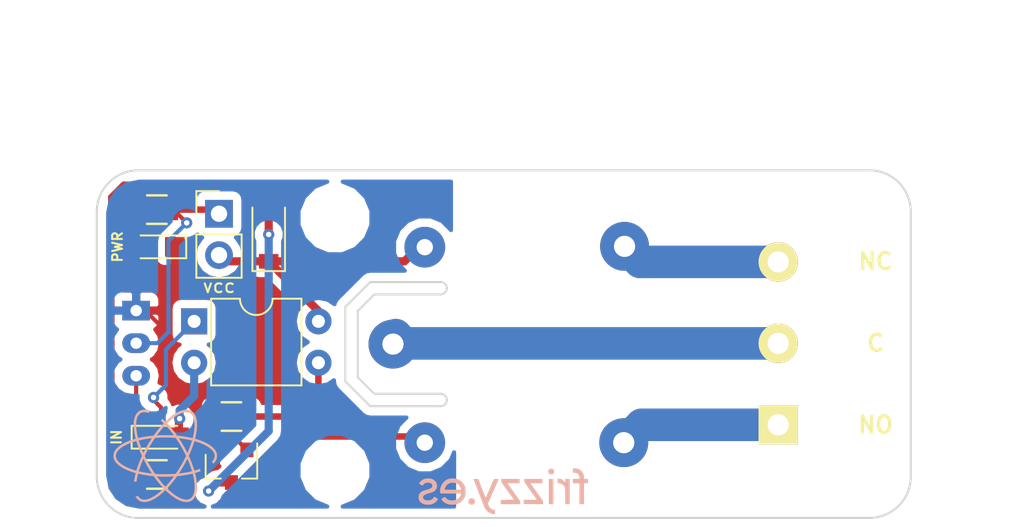
<source format=kicad_pcb>
(kicad_pcb (version 4) (host pcbnew 4.0.7-e2-6376~58~ubuntu16.04.1)

  (general
    (links 19)
    (no_connects 0)
    (area 148.145499 88.963499 198.184295 110.427295)
    (thickness 1.6)
    (drawings 34)
    (tracks 77)
    (zones 0)
    (modules 16)
    (nets 14)
  )

  (page A4)
  (layers
    (0 F.Cu signal)
    (31 B.Cu signal)
    (32 B.Adhes user)
    (33 F.Adhes user)
    (34 B.Paste user)
    (35 F.Paste user)
    (36 B.SilkS user)
    (37 F.SilkS user)
    (38 B.Mask user)
    (39 F.Mask user)
    (40 Dwgs.User user)
    (41 Cmts.User user)
    (42 Eco1.User user)
    (43 Eco2.User user)
    (44 Edge.Cuts user)
    (45 Margin user)
    (46 B.CrtYd user)
    (47 F.CrtYd user)
    (48 B.Fab user)
    (49 F.Fab user)
  )

  (setup
    (last_trace_width 0.254)
    (user_trace_width 0.1524)
    (user_trace_width 0.2)
    (user_trace_width 0.25)
    (user_trace_width 0.3)
    (user_trace_width 0.4)
    (user_trace_width 0.5)
    (user_trace_width 0.6)
    (user_trace_width 0.8)
    (user_trace_width 1)
    (user_trace_width 1.2)
    (user_trace_width 1.5)
    (user_trace_width 2)
    (trace_clearance 0.254)
    (zone_clearance 0.508)
    (zone_45_only no)
    (trace_min 0.1524)
    (segment_width 0.127)
    (edge_width 0.127)
    (via_size 0.6858)
    (via_drill 0.3302)
    (via_min_size 0.6858)
    (via_min_drill 0.3302)
    (uvia_size 0.508)
    (uvia_drill 0.127)
    (uvias_allowed no)
    (uvia_min_size 0.508)
    (uvia_min_drill 0.127)
    (pcb_text_width 0.127)
    (pcb_text_size 0.6 0.6)
    (mod_edge_width 0.127)
    (mod_text_size 0.6 0.6)
    (mod_text_width 0.127)
    (pad_size 2.413 2.413)
    (pad_drill 1.29794)
    (pad_to_mask_clearance 0.05)
    (pad_to_paste_clearance -0.04)
    (aux_axis_origin 148.209 89.027)
    (visible_elements FFFEFF7F)
    (pcbplotparams
      (layerselection 0x210f0_80000001)
      (usegerberextensions true)
      (usegerberattributes true)
      (excludeedgelayer true)
      (linewidth 0.100000)
      (plotframeref false)
      (viasonmask false)
      (mode 1)
      (useauxorigin true)
      (hpglpennumber 1)
      (hpglpenspeed 20)
      (hpglpendiameter 15)
      (hpglpenoverlay 2)
      (psnegative false)
      (psa4output false)
      (plotreference false)
      (plotvalue false)
      (plotinvisibletext false)
      (padsonsilk false)
      (subtractmaskfromsilk false)
      (outputformat 1)
      (mirror false)
      (drillshape 0)
      (scaleselection 1)
      (outputdirectory CAM/))
  )

  (net 0 "")
  (net 1 "Net-(D1-Pad2)")
  (net 2 GND)
  (net 3 "Net-(D2-Pad2)")
  (net 4 IN)
  (net 5 "Net-(D3-Pad1)")
  (net 6 "Net-(D3-Pad2)")
  (net 7 VCC)
  (net 8 "Net-(P2-Pad1)")
  (net 9 "Net-(P2-Pad2)")
  (net 10 "Net-(P2-Pad3)")
  (net 11 "Net-(R2-Pad1)")
  (net 12 "Net-(R3-Pad2)")
  (net 13 "Net-(Q1-Pad1)")

  (net_class Default "Dit is de standaard class."
    (clearance 0.254)
    (trace_width 0.254)
    (via_dia 0.6858)
    (via_drill 0.3302)
    (uvia_dia 0.508)
    (uvia_drill 0.127)
    (add_net GND)
    (add_net IN)
    (add_net "Net-(D1-Pad2)")
    (add_net "Net-(D2-Pad2)")
    (add_net "Net-(D3-Pad1)")
    (add_net "Net-(D3-Pad2)")
    (add_net "Net-(P2-Pad1)")
    (add_net "Net-(P2-Pad2)")
    (add_net "Net-(P2-Pad3)")
    (add_net "Net-(Q1-Pad1)")
    (add_net "Net-(R2-Pad1)")
    (add_net "Net-(R3-Pad2)")
    (add_net VCC)
  )

  (net_class 0.2mm ""
    (clearance 0.2)
    (trace_width 0.2)
    (via_dia 0.6858)
    (via_drill 0.3302)
    (uvia_dia 0.508)
    (uvia_drill 0.127)
  )

  (net_class Minimal ""
    (clearance 0.1524)
    (trace_width 0.1524)
    (via_dia 0.6858)
    (via_drill 0.3302)
    (uvia_dia 0.508)
    (uvia_drill 0.127)
  )

  (module Relays_THT:Relay_SANYOU_SRD_Series_Form_C (layer F.Cu) (tedit 592C59BF) (tstamp 592C4DE2)
    (at 166.37 99.695)
    (descr "relay Sanyou SRD series Form C")
    (path /592BF776)
    (fp_text reference RELAY1 (at 8.1 9.2) (layer F.SilkS) hide
      (effects (font (size 1 1) (thickness 0.15)))
    )
    (fp_text value SONGLE_RELAY (at 8 -9.6) (layer F.Fab)
      (effects (font (size 1 1) (thickness 0.15)))
    )
    (fp_line (start 18.55 -7.95) (end -1.55 -7.95) (layer Dwgs.User) (width 0.05))
    (fp_line (start -1.55 7.95) (end -1.55 -7.95) (layer Dwgs.User) (width 0.05))
    (fp_line (start 18.55 -7.95) (end 18.55 7.95) (layer Dwgs.User) (width 0.05))
    (fp_line (start -1.55 7.95) (end 18.55 7.95) (layer Dwgs.User) (width 0.05))
    (fp_line (start 15 7.7) (end 18.3 7.7) (layer Dwgs.User) (width 0.12))
    (fp_line (start 18.3 7.7) (end 18.3 -7.7) (layer Dwgs.User) (width 0.12))
    (fp_line (start 18.3 -7.7) (end 14.95 -7.7) (layer Dwgs.User) (width 0.12))
    (fp_line (start -1.3 1.35) (end -1.3 7.7) (layer Dwgs.User) (width 0.12))
    (fp_line (start -1.3 7.7) (end 13.25 7.7) (layer Dwgs.User) (width 0.12))
    (fp_line (start -1.3 -1.4) (end -1.3 -7.7) (layer Dwgs.User) (width 0.12))
    (fp_line (start -1.3 -7.7) (end 13.45 -7.7) (layer Dwgs.User) (width 0.12))
    (fp_line (start -1.3 -7.65) (end -1.3 -1.4) (layer Dwgs.User) (width 0.12))
    (fp_line (start 14.15 4.2) (end 14.15 1.75) (layer Dwgs.User) (width 0.12))
    (fp_line (start 14.15 -4.2) (end 14.15 -1.7) (layer Dwgs.User) (width 0.12))
    (fp_line (start 3.55 6.05) (end 6.05 6.05) (layer Dwgs.User) (width 0.12))
    (fp_line (start 2.65 0.05) (end 1.85 0.05) (layer Dwgs.User) (width 0.12))
    (fp_line (start 6.05 -5.95) (end 3.55 -5.95) (layer Dwgs.User) (width 0.12))
    (fp_line (start 9.45 0.05) (end 10.95 0.05) (layer Dwgs.User) (width 0.12))
    (fp_line (start 10.95 0.05) (end 15.55 -2.45) (layer Dwgs.User) (width 0.12))
    (fp_line (start 9.45 3.65) (end 2.65 3.65) (layer Dwgs.User) (width 0.12))
    (fp_line (start 9.45 0.05) (end 9.45 3.65) (layer Dwgs.User) (width 0.12))
    (fp_line (start 2.65 0.05) (end 2.65 3.65) (layer Dwgs.User) (width 0.12))
    (fp_line (start 6.05 -5.95) (end 6.05 -1.75) (layer Dwgs.User) (width 0.12))
    (fp_line (start 6.05 1.85) (end 6.05 6.05) (layer Dwgs.User) (width 0.12))
    (fp_line (start 8.05 1.85) (end 4.05 -1.75) (layer Dwgs.User) (width 0.12))
    (fp_line (start 4.05 1.85) (end 4.05 -1.75) (layer Dwgs.User) (width 0.12))
    (fp_line (start 4.05 -1.75) (end 8.05 -1.75) (layer Dwgs.User) (width 0.12))
    (fp_line (start 8.05 -1.75) (end 8.05 1.85) (layer Dwgs.User) (width 0.12))
    (fp_line (start 8.05 1.85) (end 4.05 1.85) (layer Dwgs.User) (width 0.12))
    (pad 4 thru_hole circle (at 1.95 6.05 90) (size 2.5 2.5) (drill 1) (layers *.Cu *.Mask)
      (net 6 "Net-(D3-Pad2)"))
    (pad 1 thru_hole circle (at 14.15 6.05 90) (size 3 3) (drill 1.3) (layers *.Cu *.Mask)
      (net 8 "Net-(P2-Pad1)"))
    (pad 2 thru_hole circle (at 14.2 -6 90) (size 3 3) (drill 1.3) (layers *.Cu *.Mask)
      (net 10 "Net-(P2-Pad3)"))
    (pad 5 thru_hole circle (at 1.95 -5.95 90) (size 2.5 2.5) (drill 1) (layers *.Cu *.Mask)
      (net 5 "Net-(D3-Pad1)"))
    (pad 3 thru_hole circle (at 0 0 90) (size 3 3) (drill 1.3) (layers *.Cu *.Mask)
      (net 9 "Net-(P2-Pad2)"))
    (model ${KIPRJMOD}/3d_models/Relay_SPDT_SANYOU_SRD_Series_Form_C.wrl
      (at (xyz 0 0 0))
      (scale (xyz 1 1 1))
      (rotate (xyz 0 0 0))
    )
  )

  (module SparkFun-Connectors:SCREWTERMINAL-5MM-3 (layer F.Cu) (tedit 5945289F) (tstamp 592C4D79)
    (at 189.992 104.648 90)
    (path /592C06C4)
    (attr virtual)
    (fp_text reference P2 (at -0.254 -2.7432 90) (layer B.SilkS) hide
      (effects (font (size 0.4064 0.4064) (thickness 0.0254)) (justify mirror))
    )
    (fp_text value Power_connector (at -0.0508 -1.4732 90) (layer Dwgs.User)
      (effects (font (size 0.4064 0.4064) (thickness 0.0254)))
    )
    (fp_line (start -3.0988 -4.19862) (end 13.09878 -4.19862) (layer Dwgs.User) (width 0.2032))
    (fp_line (start 13.09878 -4.19862) (end 13.09878 2.2987) (layer Dwgs.User) (width 0.2032))
    (fp_line (start 13.09878 2.2987) (end 13.09878 3.29946) (layer Dwgs.User) (width 0.2032))
    (fp_line (start 13.09878 3.29946) (end -3.0988 3.29946) (layer Dwgs.User) (width 0.2032))
    (fp_line (start -3.0988 3.29946) (end -3.0988 2.2987) (layer Dwgs.User) (width 0.2032))
    (fp_line (start -3.0988 2.2987) (end -3.0988 -4.19862) (layer Dwgs.User) (width 0.2032))
    (fp_line (start 13.09878 2.2987) (end -3.0988 2.2987) (layer Dwgs.User) (width 0.2032))
    (fp_line (start -3.0988 1.34874) (end -3.69824 1.34874) (layer Dwgs.User) (width 0.2032))
    (fp_line (start -3.69824 1.34874) (end -3.69824 2.3495) (layer Dwgs.User) (width 0.2032))
    (fp_line (start -3.69824 2.3495) (end -3.0988 2.3495) (layer Dwgs.User) (width 0.2032))
    (fp_line (start 13.09878 -3.99796) (end 13.69822 -3.99796) (layer Dwgs.User) (width 0.2032))
    (fp_line (start 13.69822 -3.99796) (end 13.69822 -2.99974) (layer Dwgs.User) (width 0.2032))
    (fp_line (start 13.69822 -2.99974) (end 13.09878 -2.99974) (layer Dwgs.User) (width 0.2032))
    (fp_circle (center 2.49936 -3.69824) (end 2.63906 -3.83794) (layer Dwgs.User) (width 0.0635))
    (pad 1 thru_hole rect (at 0 0 90) (size 2.413 2.413) (drill 1.29794) (layers *.Cu *.Mask F.Paste F.SilkS)
      (net 8 "Net-(P2-Pad1)"))
    (pad 2 thru_hole circle (at 4.99872 0 90) (size 2.413 2.413) (drill 1.29794) (layers *.Cu *.Mask F.Paste F.SilkS)
      (net 9 "Net-(P2-Pad2)"))
    (pad 3 thru_hole circle (at 9.99998 0 90) (size 2.413 2.413) (drill 1.29794) (layers *.Cu *.Mask F.Paste F.SilkS)
      (net 10 "Net-(P2-Pad3)"))
    (model ${KIPRJMOD}/3d_models/mkds_1,5-3.wrl
      (at (xyz 0.2 0 0))
      (scale (xyz 0.9 0.9 0.9))
      (rotate (xyz 0 0 0))
    )
  )

  (module Connectors_JST:JST_PH_S3B-PH-K_03x2.00mm_Angled (layer F.Cu) (tedit 592C598F) (tstamp 592C4D64)
    (at 150.622 97.6376 270)
    (descr http://www.jst-mfg.com/product/pdf/eng/ePH.pdf)
    (tags "connector jst ph")
    (path /592BF745)
    (fp_text reference P1 (at 0 -2.5 270) (layer F.SilkS) hide
      (effects (font (size 1 1) (thickness 0.15)))
    )
    (fp_text value Control_connector (at 2 7.5 270) (layer F.Fab)
      (effects (font (size 1 1) (thickness 0.15)))
    )
    (fp_line (start 0.5 6.25) (end 0.5 2) (layer Dwgs.User) (width 0.15))
    (fp_line (start 0.5 2) (end 3.5 2) (layer Dwgs.User) (width 0.15))
    (fp_line (start 3.5 2) (end 3.5 6.25) (layer Dwgs.User) (width 0.15))
    (fp_line (start -0.9 0.25) (end -1.25 0.25) (layer Dwgs.User) (width 0.15))
    (fp_line (start -1.25 0.25) (end -1.25 -1.35) (layer Dwgs.User) (width 0.15))
    (fp_line (start -1.25 -1.35) (end -1.95 -1.35) (layer Dwgs.User) (width 0.15))
    (fp_line (start -1.95 -1.35) (end -1.95 6.25) (layer Dwgs.User) (width 0.15))
    (fp_line (start -1.95 6.25) (end 5.95 6.25) (layer Dwgs.User) (width 0.15))
    (fp_line (start 5.95 6.25) (end 5.95 -1.35) (layer Dwgs.User) (width 0.15))
    (fp_line (start 5.95 -1.35) (end 5.25 -1.35) (layer Dwgs.User) (width 0.15))
    (fp_line (start 5.25 -1.35) (end 5.25 0.25) (layer Dwgs.User) (width 0.15))
    (fp_line (start 5.25 0.25) (end 4.9 0.25) (layer Dwgs.User) (width 0.15))
    (fp_line (start 0 -1.2) (end -0.4 -1.6) (layer Dwgs.User) (width 0.15))
    (fp_line (start -0.4 -1.6) (end 0.4 -1.6) (layer Dwgs.User) (width 0.15))
    (fp_line (start 0.4 -1.6) (end 0 -1.2) (layer Dwgs.User) (width 0.15))
    (fp_line (start -1.95 0.25) (end -1.25 0.25) (layer Dwgs.User) (width 0.15))
    (fp_line (start 5.95 0.25) (end 5.25 0.25) (layer Dwgs.User) (width 0.15))
    (fp_line (start -1.3 2.5) (end -1.3 4.1) (layer Dwgs.User) (width 0.15))
    (fp_line (start -1.3 4.1) (end -0.3 4.1) (layer Dwgs.User) (width 0.15))
    (fp_line (start -0.3 4.1) (end -0.3 2.5) (layer Dwgs.User) (width 0.15))
    (fp_line (start -0.3 2.5) (end -1.3 2.5) (layer Dwgs.User) (width 0.15))
    (fp_line (start 5.3 2.5) (end 5.3 4.1) (layer Dwgs.User) (width 0.15))
    (fp_line (start 5.3 4.1) (end 4.3 4.1) (layer Dwgs.User) (width 0.15))
    (fp_line (start 4.3 4.1) (end 4.3 2.5) (layer Dwgs.User) (width 0.15))
    (fp_line (start 4.3 2.5) (end 5.3 2.5) (layer Dwgs.User) (width 0.15))
    (fp_line (start -0.3 4.1) (end -0.3 6.25) (layer Dwgs.User) (width 0.15))
    (fp_line (start -0.8 4.1) (end -0.8 6.25) (layer Dwgs.User) (width 0.15))
    (fp_line (start 0.9 0.25) (end 1.1 0.25) (layer Dwgs.User) (width 0.15))
    (fp_line (start 2.9 0.25) (end 3.1 0.25) (layer Dwgs.User) (width 0.15))
    (fp_line (start -2.45 6.75) (end -2.45 -1.85) (layer Dwgs.User) (width 0.05))
    (fp_line (start -2.45 -1.85) (end 6.45 -1.85) (layer Dwgs.User) (width 0.05))
    (fp_line (start 6.45 -1.85) (end 6.45 6.75) (layer Dwgs.User) (width 0.05))
    (fp_line (start 6.45 6.75) (end -2.45 6.75) (layer Dwgs.User) (width 0.05))
    (pad 1 thru_hole rect (at 0 0 270) (size 1.2 1.7) (drill 0.7) (layers *.Cu *.Mask)
      (net 2 GND))
    (pad 2 thru_hole oval (at 2 0 270) (size 1.2 1.7) (drill 0.7) (layers *.Cu *.Mask)
      (net 7 VCC))
    (pad 3 thru_hole oval (at 4 0 270) (size 1.2 1.7) (drill 0.7) (layers *.Cu *.Mask)
      (net 4 IN))
    (model ${KIPRJMOD}/3d_models/s3b-ph-kl.wrl
      (at (xyz 0.07580000000000001 0 0))
      (scale (xyz 1 1 1))
      (rotate (xyz 0 0 0))
    )
  )

  (module Mounting_Holes:MountingHole_3.2mm_M3 (layer F.Cu) (tedit 592C4D8B) (tstamp 59380AA9)
    (at 162.814 107.442)
    (descr "Mounting Hole 3.2mm, no annular, M3")
    (tags "mounting hole 3.2mm no annular m3")
    (fp_text reference REF** (at 0 -4.2) (layer F.SilkS) hide
      (effects (font (size 1 1) (thickness 0.15)))
    )
    (fp_text value MountingHole_3.2mm_M3 (at 0 4.2) (layer F.Fab) hide
      (effects (font (size 1 1) (thickness 0.15)))
    )
    (fp_circle (center 0 0) (end 3.2 0) (layer Cmts.User) (width 0.15))
    (fp_circle (center 0 0) (end 3.45 0) (layer F.CrtYd) (width 0.05))
    (pad 1 np_thru_hole circle (at 0 0) (size 3.2 3.2) (drill 3.2) (layers *.Cu *.Mask))
  )

  (module LEDs:LED_0805 (layer F.Cu) (tedit 592C5997) (tstamp 592C4CFB)
    (at 151.892 93.726 180)
    (descr "LED 0805 smd package")
    (tags "LED led 0805 SMD smd SMT smt smdled SMDLED smtled SMTLED")
    (path /592C1895)
    (attr smd)
    (fp_text reference D1 (at 0 -1.45 180) (layer F.SilkS) hide
      (effects (font (size 1 1) (thickness 0.15)))
    )
    (fp_text value LED_POWER (at 0 1.55 180) (layer F.Fab)
      (effects (font (size 1 1) (thickness 0.15)))
    )
    (fp_line (start -1.8 -0.7) (end -1.8 0.7) (layer F.SilkS) (width 0.12))
    (fp_line (start -0.4 -0.4) (end -0.4 0.4) (layer F.Fab) (width 0.1))
    (fp_line (start -0.4 0) (end 0.2 -0.4) (layer F.Fab) (width 0.1))
    (fp_line (start 0.2 0.4) (end -0.4 0) (layer F.Fab) (width 0.1))
    (fp_line (start 0.2 -0.4) (end 0.2 0.4) (layer F.Fab) (width 0.1))
    (fp_line (start 1 0.6) (end -1 0.6) (layer F.Fab) (width 0.1))
    (fp_line (start 1 -0.6) (end 1 0.6) (layer F.Fab) (width 0.1))
    (fp_line (start -1 -0.6) (end 1 -0.6) (layer F.Fab) (width 0.1))
    (fp_line (start -1 0.6) (end -1 -0.6) (layer F.Fab) (width 0.1))
    (fp_line (start -1.8 0.7) (end 1 0.7) (layer F.SilkS) (width 0.12))
    (fp_line (start -1.8 -0.7) (end 1 -0.7) (layer F.SilkS) (width 0.12))
    (fp_line (start 1.95 -0.85) (end 1.95 0.85) (layer F.CrtYd) (width 0.05))
    (fp_line (start 1.95 0.85) (end -1.95 0.85) (layer F.CrtYd) (width 0.05))
    (fp_line (start -1.95 0.85) (end -1.95 -0.85) (layer F.CrtYd) (width 0.05))
    (fp_line (start -1.95 -0.85) (end 1.95 -0.85) (layer F.CrtYd) (width 0.05))
    (pad 2 smd rect (at 1.1 0) (size 1.2 1.2) (layers F.Cu F.Paste F.Mask)
      (net 1 "Net-(D1-Pad2)"))
    (pad 1 smd rect (at -1.1 0) (size 1.2 1.2) (layers F.Cu F.Paste F.Mask)
      (net 2 GND))
    (model LEDs.3dshapes/LED_0805.wrl
      (at (xyz 0 0 0))
      (scale (xyz 1 1 1))
      (rotate (xyz 0 0 180))
    )
  )

  (module LEDs:LED_0805 (layer F.Cu) (tedit 592C59AF) (tstamp 592C4D10)
    (at 152.146 105.41)
    (descr "LED 0805 smd package")
    (tags "LED led 0805 SMD smd SMT smt smdled SMDLED smtled SMTLED")
    (path /592C0519)
    (attr smd)
    (fp_text reference D2 (at 0 -1.45) (layer F.SilkS) hide
      (effects (font (size 1 1) (thickness 0.15)))
    )
    (fp_text value LED_ON (at 0 1.55) (layer F.Fab)
      (effects (font (size 1 1) (thickness 0.15)))
    )
    (fp_line (start -1.8 -0.7) (end -1.8 0.7) (layer F.SilkS) (width 0.12))
    (fp_line (start -0.4 -0.4) (end -0.4 0.4) (layer F.Fab) (width 0.1))
    (fp_line (start -0.4 0) (end 0.2 -0.4) (layer F.Fab) (width 0.1))
    (fp_line (start 0.2 0.4) (end -0.4 0) (layer F.Fab) (width 0.1))
    (fp_line (start 0.2 -0.4) (end 0.2 0.4) (layer F.Fab) (width 0.1))
    (fp_line (start 1 0.6) (end -1 0.6) (layer F.Fab) (width 0.1))
    (fp_line (start 1 -0.6) (end 1 0.6) (layer F.Fab) (width 0.1))
    (fp_line (start -1 -0.6) (end 1 -0.6) (layer F.Fab) (width 0.1))
    (fp_line (start -1 0.6) (end -1 -0.6) (layer F.Fab) (width 0.1))
    (fp_line (start -1.8 0.7) (end 1 0.7) (layer F.SilkS) (width 0.12))
    (fp_line (start -1.8 -0.7) (end 1 -0.7) (layer F.SilkS) (width 0.12))
    (fp_line (start 1.95 -0.85) (end 1.95 0.85) (layer F.CrtYd) (width 0.05))
    (fp_line (start 1.95 0.85) (end -1.95 0.85) (layer F.CrtYd) (width 0.05))
    (fp_line (start -1.95 0.85) (end -1.95 -0.85) (layer F.CrtYd) (width 0.05))
    (fp_line (start -1.95 -0.85) (end 1.95 -0.85) (layer F.CrtYd) (width 0.05))
    (pad 2 smd rect (at 1.1 0 180) (size 1.2 1.2) (layers F.Cu F.Paste F.Mask)
      (net 3 "Net-(D2-Pad2)"))
    (pad 1 smd rect (at -1.1 0 180) (size 1.2 1.2) (layers F.Cu F.Paste F.Mask)
      (net 4 IN))
    (model LEDs.3dshapes/LED_0805.wrl
      (at (xyz 0 0 0))
      (scale (xyz 1 1 1))
      (rotate (xyz 0 0 180))
    )
  )

  (module Diodes_SMD:D_SOD-123 (layer F.Cu) (tedit 592C5971) (tstamp 592C4D28)
    (at 158.75 92.964 90)
    (descr SOD-123)
    (tags SOD-123)
    (path /592C0554)
    (attr smd)
    (fp_text reference D3 (at 0 -2 90) (layer F.SilkS) hide
      (effects (font (size 1 1) (thickness 0.15)))
    )
    (fp_text value 1N4148 (at 0 2.1 90) (layer F.Fab)
      (effects (font (size 1 1) (thickness 0.15)))
    )
    (fp_line (start -2.25 -1) (end -2.25 1) (layer F.SilkS) (width 0.12))
    (fp_line (start 0.25 0) (end 0.75 0) (layer F.Fab) (width 0.1))
    (fp_line (start 0.25 0.4) (end -0.35 0) (layer F.Fab) (width 0.1))
    (fp_line (start 0.25 -0.4) (end 0.25 0.4) (layer F.Fab) (width 0.1))
    (fp_line (start -0.35 0) (end 0.25 -0.4) (layer F.Fab) (width 0.1))
    (fp_line (start -0.35 0) (end -0.35 0.55) (layer F.Fab) (width 0.1))
    (fp_line (start -0.35 0) (end -0.35 -0.55) (layer F.Fab) (width 0.1))
    (fp_line (start -0.75 0) (end -0.35 0) (layer F.Fab) (width 0.1))
    (fp_line (start -1.4 0.9) (end -1.4 -0.9) (layer F.Fab) (width 0.1))
    (fp_line (start 1.4 0.9) (end -1.4 0.9) (layer F.Fab) (width 0.1))
    (fp_line (start 1.4 -0.9) (end 1.4 0.9) (layer F.Fab) (width 0.1))
    (fp_line (start -1.4 -0.9) (end 1.4 -0.9) (layer F.Fab) (width 0.1))
    (fp_line (start -2.35 -1.15) (end 2.35 -1.15) (layer F.CrtYd) (width 0.05))
    (fp_line (start 2.35 -1.15) (end 2.35 1.15) (layer F.CrtYd) (width 0.05))
    (fp_line (start 2.35 1.15) (end -2.35 1.15) (layer F.CrtYd) (width 0.05))
    (fp_line (start -2.35 -1.15) (end -2.35 1.15) (layer F.CrtYd) (width 0.05))
    (fp_line (start -2.25 1) (end 1.65 1) (layer F.SilkS) (width 0.12))
    (fp_line (start -2.25 -1) (end 1.65 -1) (layer F.SilkS) (width 0.12))
    (pad 1 smd rect (at -1.65 0 90) (size 0.9 1.2) (layers F.Cu F.Paste F.Mask)
      (net 5 "Net-(D3-Pad1)"))
    (pad 2 smd rect (at 1.65 0 90) (size 0.9 1.2) (layers F.Cu F.Paste F.Mask)
      (net 6 "Net-(D3-Pad2)"))
    (model ${KISYS3DMOD}/Diodes_SMD.3dshapes/D_SOD-123.wrl
      (at (xyz 0 0 0))
      (scale (xyz 1 1 1))
      (rotate (xyz 0 0 0))
    )
    (model ../../../../../home/david/Escritorio/hola/diodos/walter/smd_diode/sod123.wrl
      (at (xyz 0 0 0))
      (scale (xyz 1 1 1))
      (rotate (xyz 0 0 0))
    )
  )

  (module Pin_Headers:Pin_Header_Straight_1x02_Pitch2.54mm (layer F.Cu) (tedit 592C59A1) (tstamp 592C4D3C)
    (at 155.702 91.694)
    (descr "Through hole straight pin header, 1x02, 2.54mm pitch, single row")
    (tags "Through hole pin header THT 1x02 2.54mm single row")
    (path /592C314B)
    (fp_text reference JP1 (at 0 -2.39) (layer F.SilkS) hide
      (effects (font (size 1 1) (thickness 0.15)))
    )
    (fp_text value Jumper_NO_Small (at 0 4.93) (layer F.Fab)
      (effects (font (size 1 1) (thickness 0.15)))
    )
    (fp_line (start -1.27 -1.27) (end -1.27 3.81) (layer F.Fab) (width 0.1))
    (fp_line (start -1.27 3.81) (end 1.27 3.81) (layer F.Fab) (width 0.1))
    (fp_line (start 1.27 3.81) (end 1.27 -1.27) (layer F.Fab) (width 0.1))
    (fp_line (start 1.27 -1.27) (end -1.27 -1.27) (layer F.Fab) (width 0.1))
    (fp_line (start -1.39 1.27) (end -1.39 3.93) (layer F.SilkS) (width 0.12))
    (fp_line (start -1.39 3.93) (end 1.39 3.93) (layer F.SilkS) (width 0.12))
    (fp_line (start 1.39 3.93) (end 1.39 1.27) (layer F.SilkS) (width 0.12))
    (fp_line (start 1.39 1.27) (end -1.39 1.27) (layer F.SilkS) (width 0.12))
    (fp_line (start -1.39 0) (end -1.39 -1.39) (layer F.SilkS) (width 0.12))
    (fp_line (start -1.39 -1.39) (end 0 -1.39) (layer F.SilkS) (width 0.12))
    (fp_line (start -1.6 -1.6) (end -1.6 4.1) (layer F.CrtYd) (width 0.05))
    (fp_line (start -1.6 4.1) (end 1.6 4.1) (layer F.CrtYd) (width 0.05))
    (fp_line (start 1.6 4.1) (end 1.6 -1.6) (layer F.CrtYd) (width 0.05))
    (fp_line (start 1.6 -1.6) (end -1.6 -1.6) (layer F.CrtYd) (width 0.05))
    (pad 1 thru_hole rect (at 0 0) (size 1.7 1.7) (drill 1) (layers *.Cu *.Mask)
      (net 7 VCC))
    (pad 2 thru_hole oval (at 0 2.54) (size 1.7 1.7) (drill 1) (layers *.Cu *.Mask)
      (net 5 "Net-(D3-Pad1)"))
    (model Pin_Headers.3dshapes/Pin_Header_Straight_1x02_Pitch2.54mm.wrl
      (at (xyz 0 0 0))
      (scale (xyz 1 1 1))
      (rotate (xyz 0 0 0))
    )
  )

  (module TO_SOT_Packages_SMD:SOT-23 (layer F.Cu) (tedit 592C59AA) (tstamp 592C4D8C)
    (at 156.464 107.188 270)
    (descr "SOT-23, Standard")
    (tags SOT-23)
    (path /592C049E)
    (attr smd)
    (fp_text reference Q1 (at 0 -2.5 270) (layer F.SilkS) hide
      (effects (font (size 1 1) (thickness 0.15)))
    )
    (fp_text value S8050 (at 0 2.5 270) (layer F.Fab)
      (effects (font (size 1 1) (thickness 0.15)))
    )
    (fp_line (start 0.76 1.58) (end 0.76 0.65) (layer F.SilkS) (width 0.12))
    (fp_line (start 0.76 -1.58) (end 0.76 -0.65) (layer F.SilkS) (width 0.12))
    (fp_line (start 0.7 -1.52) (end 0.7 1.52) (layer F.Fab) (width 0.15))
    (fp_line (start -0.7 1.52) (end 0.7 1.52) (layer F.Fab) (width 0.15))
    (fp_line (start -1.7 -1.75) (end 1.7 -1.75) (layer F.CrtYd) (width 0.05))
    (fp_line (start 1.7 -1.75) (end 1.7 1.75) (layer F.CrtYd) (width 0.05))
    (fp_line (start 1.7 1.75) (end -1.7 1.75) (layer F.CrtYd) (width 0.05))
    (fp_line (start -1.7 1.75) (end -1.7 -1.75) (layer F.CrtYd) (width 0.05))
    (fp_line (start 0.76 -1.58) (end -1.4 -1.58) (layer F.SilkS) (width 0.12))
    (fp_line (start -0.7 -1.52) (end 0.7 -1.52) (layer F.Fab) (width 0.15))
    (fp_line (start -0.7 -1.52) (end -0.7 1.52) (layer F.Fab) (width 0.15))
    (fp_line (start 0.76 1.58) (end -0.7 1.58) (layer F.SilkS) (width 0.12))
    (pad 1 smd rect (at -1 -0.95 270) (size 0.9 0.8) (layers F.Cu F.Paste F.Mask)
      (net 13 "Net-(Q1-Pad1)"))
    (pad 2 smd rect (at -1 0.95 270) (size 0.9 0.8) (layers F.Cu F.Paste F.Mask)
      (net 2 GND))
    (pad 3 smd rect (at 1 0 270) (size 0.9 0.8) (layers F.Cu F.Paste F.Mask)
      (net 6 "Net-(D3-Pad2)"))
    (model TO_SOT_Packages_SMD.3dshapes/SOT-23.wrl
      (at (xyz 0 0 0))
      (scale (xyz 1 1 1))
      (rotate (xyz 0 0 0))
    )
  )

  (module Resistors_SMD:R_0805 (layer F.Cu) (tedit 592C5974) (tstamp 592C4D9C)
    (at 151.892 91.44 180)
    (descr "Resistor SMD 0805, reflow soldering, Vishay (see dcrcw.pdf)")
    (tags "resistor 0805")
    (path /592C37B1)
    (attr smd)
    (fp_text reference R1 (at 0 -2.1 180) (layer F.SilkS) hide
      (effects (font (size 1 1) (thickness 0.15)))
    )
    (fp_text value 1k (at 0 2.1 180) (layer F.Fab)
      (effects (font (size 1 1) (thickness 0.15)))
    )
    (fp_line (start -1 0.625) (end -1 -0.625) (layer F.Fab) (width 0.1))
    (fp_line (start 1 0.625) (end -1 0.625) (layer F.Fab) (width 0.1))
    (fp_line (start 1 -0.625) (end 1 0.625) (layer F.Fab) (width 0.1))
    (fp_line (start -1 -0.625) (end 1 -0.625) (layer F.Fab) (width 0.1))
    (fp_line (start -1.6 -1) (end 1.6 -1) (layer F.CrtYd) (width 0.05))
    (fp_line (start -1.6 1) (end 1.6 1) (layer F.CrtYd) (width 0.05))
    (fp_line (start -1.6 -1) (end -1.6 1) (layer F.CrtYd) (width 0.05))
    (fp_line (start 1.6 -1) (end 1.6 1) (layer F.CrtYd) (width 0.05))
    (fp_line (start 0.6 0.875) (end -0.6 0.875) (layer F.SilkS) (width 0.15))
    (fp_line (start -0.6 -0.875) (end 0.6 -0.875) (layer F.SilkS) (width 0.15))
    (pad 1 smd rect (at -0.95 0 180) (size 0.7 1.3) (layers F.Cu F.Paste F.Mask)
      (net 7 VCC))
    (pad 2 smd rect (at 0.95 0 180) (size 0.7 1.3) (layers F.Cu F.Paste F.Mask)
      (net 1 "Net-(D1-Pad2)"))
    (model Resistors_SMD.3dshapes/R_0805.wrl
      (at (xyz 0 0 0))
      (scale (xyz 1 1 1))
      (rotate (xyz 0 0 0))
    )
  )

  (module Resistors_SMD:R_0805 (layer F.Cu) (tedit 592C59A6) (tstamp 592C4DAC)
    (at 151.892 107.696 180)
    (descr "Resistor SMD 0805, reflow soldering, Vishay (see dcrcw.pdf)")
    (tags "resistor 0805")
    (path /592BF712)
    (attr smd)
    (fp_text reference R2 (at 0 -2.1 180) (layer F.SilkS) hide
      (effects (font (size 1 1) (thickness 0.15)))
    )
    (fp_text value 1k (at 0 2.1 180) (layer F.Fab)
      (effects (font (size 1 1) (thickness 0.15)))
    )
    (fp_line (start -1 0.625) (end -1 -0.625) (layer F.Fab) (width 0.1))
    (fp_line (start 1 0.625) (end -1 0.625) (layer F.Fab) (width 0.1))
    (fp_line (start 1 -0.625) (end 1 0.625) (layer F.Fab) (width 0.1))
    (fp_line (start -1 -0.625) (end 1 -0.625) (layer F.Fab) (width 0.1))
    (fp_line (start -1.6 -1) (end 1.6 -1) (layer F.CrtYd) (width 0.05))
    (fp_line (start -1.6 1) (end 1.6 1) (layer F.CrtYd) (width 0.05))
    (fp_line (start -1.6 -1) (end -1.6 1) (layer F.CrtYd) (width 0.05))
    (fp_line (start 1.6 -1) (end 1.6 1) (layer F.CrtYd) (width 0.05))
    (fp_line (start 0.6 0.875) (end -0.6 0.875) (layer F.SilkS) (width 0.15))
    (fp_line (start -0.6 -0.875) (end 0.6 -0.875) (layer F.SilkS) (width 0.15))
    (pad 1 smd rect (at -0.95 0 180) (size 0.7 1.3) (layers F.Cu F.Paste F.Mask)
      (net 11 "Net-(R2-Pad1)"))
    (pad 2 smd rect (at 0.95 0 180) (size 0.7 1.3) (layers F.Cu F.Paste F.Mask)
      (net 7 VCC))
    (model Resistors_SMD.3dshapes/R_0805.wrl
      (at (xyz 0 0 0))
      (scale (xyz 1 1 1))
      (rotate (xyz 0 0 0))
    )
  )

  (module Resistors_SMD:R_0805 (layer F.Cu) (tedit 592C59B4) (tstamp 592C4DBC)
    (at 156.464 104.14)
    (descr "Resistor SMD 0805, reflow soldering, Vishay (see dcrcw.pdf)")
    (tags "resistor 0805")
    (path /592C2714)
    (attr smd)
    (fp_text reference R3 (at 0 -2.1) (layer F.SilkS) hide
      (effects (font (size 1 1) (thickness 0.15)))
    )
    (fp_text value 510 (at 0 2.1) (layer F.Fab)
      (effects (font (size 1 1) (thickness 0.15)))
    )
    (fp_line (start -1 0.625) (end -1 -0.625) (layer F.Fab) (width 0.1))
    (fp_line (start 1 0.625) (end -1 0.625) (layer F.Fab) (width 0.1))
    (fp_line (start 1 -0.625) (end 1 0.625) (layer F.Fab) (width 0.1))
    (fp_line (start -1 -0.625) (end 1 -0.625) (layer F.Fab) (width 0.1))
    (fp_line (start -1.6 -1) (end 1.6 -1) (layer F.CrtYd) (width 0.05))
    (fp_line (start -1.6 1) (end 1.6 1) (layer F.CrtYd) (width 0.05))
    (fp_line (start -1.6 -1) (end -1.6 1) (layer F.CrtYd) (width 0.05))
    (fp_line (start 1.6 -1) (end 1.6 1) (layer F.CrtYd) (width 0.05))
    (fp_line (start 0.6 0.875) (end -0.6 0.875) (layer F.SilkS) (width 0.15))
    (fp_line (start -0.6 -0.875) (end 0.6 -0.875) (layer F.SilkS) (width 0.15))
    (pad 1 smd rect (at -0.95 0) (size 0.7 1.3) (layers F.Cu F.Paste F.Mask)
      (net 13 "Net-(Q1-Pad1)"))
    (pad 2 smd rect (at 0.95 0) (size 0.7 1.3) (layers F.Cu F.Paste F.Mask)
      (net 12 "Net-(R3-Pad2)"))
    (model Resistors_SMD.3dshapes/R_0805.wrl
      (at (xyz 0 0 0))
      (scale (xyz 1 1 1))
      (rotate (xyz 0 0 0))
    )
  )

  (module Housings_DIP:DIP-4_W7.62mm (layer F.Cu) (tedit 592C59B8) (tstamp 592C4DF9)
    (at 154.178 98.298)
    (descr "4-lead dip package, row spacing 7.62 mm (300 mils)")
    (tags "DIL DIP PDIP 2.54mm 7.62mm 300mil")
    (path /592BF0B4)
    (fp_text reference U1 (at 3.81 -2.39) (layer F.SilkS) hide
      (effects (font (size 1 1) (thickness 0.15)))
    )
    (fp_text value PC817 (at 3.81 4.93) (layer F.Fab)
      (effects (font (size 1 1) (thickness 0.15)))
    )
    (fp_arc (start 3.81 -1.39) (end 2.81 -1.39) (angle -180) (layer F.SilkS) (width 0.12))
    (fp_line (start 1.635 -1.27) (end 6.985 -1.27) (layer F.Fab) (width 0.1))
    (fp_line (start 6.985 -1.27) (end 6.985 3.81) (layer F.Fab) (width 0.1))
    (fp_line (start 6.985 3.81) (end 0.635 3.81) (layer F.Fab) (width 0.1))
    (fp_line (start 0.635 3.81) (end 0.635 -0.27) (layer F.Fab) (width 0.1))
    (fp_line (start 0.635 -0.27) (end 1.635 -1.27) (layer F.Fab) (width 0.1))
    (fp_line (start 2.81 -1.39) (end 1.04 -1.39) (layer F.SilkS) (width 0.12))
    (fp_line (start 1.04 -1.39) (end 1.04 3.93) (layer F.SilkS) (width 0.12))
    (fp_line (start 1.04 3.93) (end 6.58 3.93) (layer F.SilkS) (width 0.12))
    (fp_line (start 6.58 3.93) (end 6.58 -1.39) (layer F.SilkS) (width 0.12))
    (fp_line (start 6.58 -1.39) (end 4.81 -1.39) (layer F.SilkS) (width 0.12))
    (fp_line (start -1.1 -1.6) (end -1.1 4.1) (layer F.CrtYd) (width 0.05))
    (fp_line (start -1.1 4.1) (end 8.7 4.1) (layer F.CrtYd) (width 0.05))
    (fp_line (start 8.7 4.1) (end 8.7 -1.6) (layer F.CrtYd) (width 0.05))
    (fp_line (start 8.7 -1.6) (end -1.1 -1.6) (layer F.CrtYd) (width 0.05))
    (pad 1 thru_hole rect (at 0 0) (size 1.6 1.6) (drill 0.8) (layers *.Cu *.Mask)
      (net 11 "Net-(R2-Pad1)"))
    (pad 3 thru_hole oval (at 7.62 2.54) (size 1.6 1.6) (drill 0.8) (layers *.Cu *.Mask)
      (net 12 "Net-(R3-Pad2)"))
    (pad 2 thru_hole oval (at 0 2.54) (size 1.6 1.6) (drill 0.8) (layers *.Cu *.Mask)
      (net 3 "Net-(D2-Pad2)"))
    (pad 4 thru_hole oval (at 7.62 0) (size 1.6 1.6) (drill 0.8) (layers *.Cu *.Mask)
      (net 5 "Net-(D3-Pad1)"))
    (model Housings_DIP.3dshapes/DIP-4_W7.62mm.wrl
      (at (xyz 0 0 0))
      (scale (xyz 1 1 1))
      (rotate (xyz 0 0 0))
    )
  )

  (module Mounting_Holes:MountingHole_3.2mm_M3 (layer F.Cu) (tedit 592C4D8B) (tstamp 59380A82)
    (at 162.814 91.948)
    (descr "Mounting Hole 3.2mm, no annular, M3")
    (tags "mounting hole 3.2mm no annular m3")
    (fp_text reference REF** (at 0 -4.2) (layer F.SilkS) hide
      (effects (font (size 1 1) (thickness 0.15)))
    )
    (fp_text value MountingHole_3.2mm_M3 (at 0 4.2) (layer F.Fab) hide
      (effects (font (size 1 1) (thickness 0.15)))
    )
    (fp_circle (center 0 0) (end 3.2 0) (layer Cmts.User) (width 0.15))
    (fp_circle (center 0 0) (end 3.45 0) (layer F.CrtYd) (width 0.05))
    (pad 1 np_thru_hole circle (at 0 0) (size 3.2 3.2) (drill 3.2) (layers *.Cu *.Mask))
  )

  (module logos_frizzy:web (layer B.Cu) (tedit 0) (tstamp 594E5AE2)
    (at 173.101 108.585 180)
    (fp_text reference G*** (at 0 0 180) (layer B.SilkS) hide
      (effects (font (thickness 0.3)) (justify mirror))
    )
    (fp_text value LOGO (at 0.75 0 180) (layer B.SilkS) hide
      (effects (font (thickness 0.3)) (justify mirror))
    )
    (fp_poly (pts (xy 0.55579 0.574676) (xy 0.565572 0.544995) (xy 0.570637 0.52705) (xy 0.580742 0.507716)
      (xy 0.59055 0.4953) (xy 0.604729 0.476892) (xy 0.607802 0.4699) (xy 0.612977 0.451553)
      (xy 0.627349 0.414528) (xy 0.649236 0.363099) (xy 0.655347 0.34925) (xy 0.669437 0.316922)
      (xy 0.678234 0.295599) (xy 0.67945 0.2921) (xy 0.68511 0.2776) (xy 0.697525 0.248623)
      (xy 0.703552 0.23495) (xy 0.730492 0.173828) (xy 0.747942 0.133192) (xy 0.755347 0.114336)
      (xy 0.755357 0.1143) (xy 0.761198 0.099794) (xy 0.773722 0.070807) (xy 0.779752 0.05715)
      (xy 0.807557 -0.005952) (xy 0.824779 -0.046205) (xy 0.831425 -0.0635) (xy 0.837257 -0.077802)
      (xy 0.85022 -0.10717) (xy 0.859192 -0.127) (xy 0.883199 -0.18164) (xy 0.896056 -0.216137)
      (xy 0.898588 -0.232744) (xy 0.898177 -0.233749) (xy 0.903602 -0.245515) (xy 0.919543 -0.265366)
      (xy 0.933608 -0.284247) (xy 0.93345 -0.2921) (xy 0.932637 -0.299778) (xy 0.943276 -0.314325)
      (xy 0.959541 -0.335356) (xy 0.964642 -0.345941) (xy 0.972826 -0.374674) (xy 0.992623 -0.423426)
      (xy 1.007707 -0.4572) (xy 1.022952 -0.491947) (xy 1.032661 -0.516597) (xy 1.03441 -0.522816)
      (xy 1.040465 -0.538987) (xy 1.052277 -0.53547) (xy 1.066516 -0.516298) (xy 1.07985 -0.485501)
      (xy 1.086823 -0.459383) (xy 1.094868 -0.433138) (xy 1.099649 -0.421283) (xy 1.108748 -0.400031)
      (xy 1.111217 -0.3937) (xy 1.117629 -0.376897) (xy 1.129416 -0.34715) (xy 1.142356 -0.315029)
      (xy 1.151804 -0.2921) (xy 1.160142 -0.271743) (xy 1.16205 -0.2667) (xy 1.168486 -0.250974)
      (xy 1.17365 -0.239116) (xy 1.183312 -0.211401) (xy 1.18561 -0.201016) (xy 1.194399 -0.175646)
      (xy 1.200139 -0.1651) (xy 1.212582 -0.135803) (xy 1.21591 -0.121646) (xy 1.224476 -0.093929)
      (xy 1.230497 -0.083546) (xy 1.240955 -0.063358) (xy 1.253735 -0.02991) (xy 1.2573 -0.01905)
      (xy 1.269653 0.015878) (xy 1.280805 0.040614) (xy 1.283275 0.04445) (xy 1.292861 0.060713)
      (xy 1.2935 0.0635) (xy 1.294655 0.070254) (xy 1.298819 0.083685) (xy 1.307649 0.10853)
      (xy 1.322805 0.149529) (xy 1.335736 0.18415) (xy 1.350692 0.22444) (xy 1.361582 0.254363)
      (xy 1.365812 0.2667) (xy 1.371317 0.282128) (xy 1.382749 0.311565) (xy 1.396375 0.345526)
      (xy 1.405804 0.3683) (xy 1.413754 0.388632) (xy 1.415349 0.3937) (xy 1.420369 0.407704)
      (xy 1.432375 0.439263) (xy 1.449047 0.482299) (xy 1.454127 0.4953) (xy 1.471204 0.540853)
      (xy 1.483416 0.577168) (xy 1.48869 0.597948) (xy 1.488655 0.600075) (xy 1.499388 0.603818)
      (xy 1.53063 0.60687) (xy 1.577494 0.608905) (xy 1.631949 0.6096) (xy 1.690945 0.608632)
      (xy 1.738041 0.605978) (xy 1.768562 0.602021) (xy 1.778 0.597727) (xy 1.773827 0.57752)
      (xy 1.766821 0.556452) (xy 1.757697 0.530117) (xy 1.754378 0.517392) (xy 1.748151 0.500401)
      (xy 1.734733 0.472203) (xy 1.73355 0.4699) (xy 1.719783 0.441303) (xy 1.712833 0.42306)
      (xy 1.712721 0.422409) (xy 1.70779 0.404201) (xy 1.699901 0.381) (xy 1.687332 0.346036)
      (xy 1.681055 0.326923) (xy 1.678499 0.31571) (xy 1.678274 0.314192) (xy 1.67198 0.297207)
      (xy 1.658522 0.268981) (xy 1.657281 0.266567) (xy 1.646412 0.241271) (xy 1.645418 0.228858)
      (xy 1.646292 0.2286) (xy 1.645417 0.220742) (xy 1.63195 0.2032) (xy 1.618038 0.184873)
      (xy 1.617607 0.1778) (xy 1.618343 0.168085) (xy 1.608847 0.144256) (xy 1.606618 0.139834)
      (xy 1.593664 0.113323) (xy 1.588112 0.099017) (xy 1.588135 0.098559) (xy 1.584928 0.085598)
      (xy 1.575591 0.058054) (xy 1.563321 0.024967) (xy 1.553295 0) (xy 1.545456 -0.020323)
      (xy 1.543952 -0.0254) (xy 1.537064 -0.040906) (xy 1.535021 -0.04445) (xy 1.527169 -0.062837)
      (xy 1.514911 -0.096979) (xy 1.50495 -0.127) (xy 1.491433 -0.167272) (xy 1.480055 -0.198012)
      (xy 1.474878 -0.20955) (xy 1.466576 -0.226493) (xy 1.46598 -0.2286) (xy 1.460853 -0.243671)
      (xy 1.450164 -0.271466) (xy 1.449534 -0.27305) (xy 1.435085 -0.310055) (xy 1.42823 -0.330505)
      (xy 1.4268 -0.341295) (xy 1.427191 -0.344123) (xy 1.421644 -0.359249) (xy 1.414555 -0.369523)
      (xy 1.402972 -0.391045) (xy 1.388164 -0.427606) (xy 1.37795 -0.4572) (xy 1.36415 -0.497504)
      (xy 1.352046 -0.528251) (xy 1.346174 -0.53975) (xy 1.336652 -0.559222) (xy 1.324397 -0.59219)
      (xy 1.320787 -0.60325) (xy 1.309 -0.638127) (xy 1.299236 -0.662863) (xy 1.297264 -0.66675)
      (xy 1.287983 -0.689507) (xy 1.287398 -0.69215) (xy 1.281209 -0.711169) (xy 1.268749 -0.742745)
      (xy 1.26467 -0.752414) (xy 1.251965 -0.783768) (xy 1.245116 -0.803942) (xy 1.244712 -0.806522)
      (xy 1.23972 -0.82116) (xy 1.227021 -0.848032) (xy 1.22555 -0.8509) (xy 1.211783 -0.879497)
      (xy 1.204833 -0.89774) (xy 1.204721 -0.898391) (xy 1.199302 -0.917926) (xy 1.187948 -0.950628)
      (xy 1.174286 -0.986137) (xy 1.172454 -0.9906) (xy 1.163398 -1.015259) (xy 1.161297 -1.02235)
      (xy 1.154431 -1.041079) (xy 1.141117 -1.07287) (xy 1.135412 -1.08585) (xy 1.121365 -1.118163)
      (xy 1.11273 -1.139488) (xy 1.111599 -1.143) (xy 1.104396 -1.156251) (xy 1.087197 -1.183419)
      (xy 1.072728 -1.205224) (xy 1.048699 -1.241028) (xy 1.029129 -1.270483) (xy 1.02235 -1.280858)
      (xy 0.999961 -1.310723) (xy 0.970195 -1.344267) (xy 0.938795 -1.375755) (xy 0.911503 -1.399457)
      (xy 0.89406 -1.40964) (xy 0.893283 -1.4097) (xy 0.877739 -1.416161) (xy 0.8763 -1.420499)
      (xy 0.865853 -1.430728) (xy 0.838972 -1.447907) (xy 0.802349 -1.468476) (xy 0.762672 -1.488876)
      (xy 0.726633 -1.505547) (xy 0.700922 -1.51493) (xy 0.697476 -1.51564) (xy 0.672079 -1.523128)
      (xy 0.66675 -1.525785) (xy 0.648418 -1.529826) (xy 0.612376 -1.53337) (xy 0.566313 -1.535669)
      (xy 0.56482 -1.535712) (xy 0.47559 -1.538219) (xy 0.476068 -1.417719) (xy 0.476887 -1.365043)
      (xy 0.478695 -1.322678) (xy 0.48118 -1.296519) (xy 0.482748 -1.291151) (xy 0.497813 -1.28635)
      (xy 0.530068 -1.280394) (xy 0.5588 -1.276349) (xy 0.600596 -1.269216) (xy 0.632966 -1.260271)
      (xy 0.644525 -1.254553) (xy 0.658072 -1.247949) (xy 0.6604 -1.25095) (xy 0.668288 -1.251861)
      (xy 0.680804 -1.243475) (xy 0.709482 -1.223577) (xy 0.727887 -1.213241) (xy 0.751096 -1.194993)
      (xy 0.778717 -1.164364) (xy 0.790028 -1.149245) (xy 0.816229 -1.109062) (xy 0.844012 -1.062062)
      (xy 0.870647 -1.013496) (xy 0.893404 -0.96862) (xy 0.909552 -0.932686) (xy 0.916363 -0.910949)
      (xy 0.915761 -0.907295) (xy 0.907447 -0.891228) (xy 0.907438 -0.891116) (xy 0.902099 -0.876087)
      (xy 0.888725 -0.84501) (xy 0.871065 -0.80645) (xy 0.852374 -0.765233) (xy 0.838619 -0.732292)
      (xy 0.83302 -0.715656) (xy 0.823416 -0.693622) (xy 0.816498 -0.683906) (xy 0.803367 -0.664168)
      (xy 0.800832 -0.657358) (xy 0.791978 -0.627236) (xy 0.771285 -0.57669) (xy 0.757592 -0.5461)
      (xy 0.742354 -0.511848) (xy 0.732549 -0.488209) (xy 0.730694 -0.4826) (xy 0.723984 -0.467735)
      (xy 0.717712 -0.4572) (xy 0.706032 -0.433858) (xy 0.703607 -0.42545) (xy 0.697526 -0.407181)
      (xy 0.684269 -0.375028) (xy 0.675638 -0.3556) (xy 0.637483 -0.27133) (xy 0.604925 -0.198542)
      (xy 0.579201 -0.140051) (xy 0.561546 -0.09867) (xy 0.553198 -0.077215) (xy 0.552902 -0.0762)
      (xy 0.54704 -0.062295) (xy 0.533329 -0.032077) (xy 0.515465 0.00635) (xy 0.496843 0.047204)
      (xy 0.483171 0.079406) (xy 0.477619 0.09525) (xy 0.469447 0.116344) (xy 0.463387 0.127)
      (xy 0.452446 0.146544) (xy 0.450272 0.1524) (xy 0.444969 0.16689) (xy 0.432767 0.195845)
      (xy 0.426747 0.20955) (xy 0.401039 0.267837) (xy 0.384757 0.305768) (xy 0.376741 0.326076)
      (xy 0.375519 0.3302) (xy 0.368429 0.34509) (xy 0.362112 0.3556) (xy 0.350362 0.378951)
      (xy 0.34788 0.38735) (xy 0.341725 0.404696) (xy 0.327681 0.437599) (xy 0.310034 0.47625)
      (xy 0.291719 0.516281) (xy 0.278612 0.546846) (xy 0.273661 0.560917) (xy 0.265353 0.576936)
      (xy 0.263525 0.578909) (xy 0.255206 0.591501) (xy 0.261443 0.600262) (xy 0.284898 0.605796)
      (xy 0.328232 0.608706) (xy 0.394108 0.609598) (xy 0.398807 0.609601) (xy 0.543615 0.609601)
      (xy 0.55579 0.574676)) (layer B.SilkS) (width 0.01))
    (fp_poly (pts (xy 0.7366 -1.20015) (xy 0.73025 -1.2065) (xy 0.7239 -1.20015) (xy 0.73025 -1.1938)
      (xy 0.7366 -1.20015)) (layer B.SilkS) (width 0.01))
    (fp_poly (pts (xy 1.959299 -0.579094) (xy 1.988961 -0.58506) (xy 2.013637 -0.59995) (xy 2.043528 -0.627856)
      (xy 2.046656 -0.630979) (xy 2.077495 -0.664368) (xy 2.093897 -0.692286) (xy 2.1009 -0.725569)
      (xy 2.10263 -0.75139) (xy 2.099463 -0.813545) (xy 2.080843 -0.863377) (xy 2.042853 -0.910505)
      (xy 2.034472 -0.918668) (xy 1.989879 -0.946223) (xy 1.933265 -0.961146) (xy 1.874985 -0.962004)
      (xy 1.825806 -0.947585) (xy 1.78973 -0.926648) (xy 1.761008 -0.907459) (xy 1.744716 -0.893699)
      (xy 1.744979 -0.889) (xy 1.746934 -0.881167) (xy 1.738872 -0.868711) (xy 1.719712 -0.830727)
      (xy 1.710637 -0.781418) (xy 1.711907 -0.730574) (xy 1.723781 -0.687986) (xy 1.733667 -0.672969)
      (xy 1.746663 -0.654781) (xy 1.74527 -0.6477) (xy 1.747942 -0.641415) (xy 1.76713 -0.625347)
      (xy 1.784576 -0.612775) (xy 1.819672 -0.591994) (xy 1.854603 -0.581429) (xy 1.900697 -0.578044)
      (xy 1.91445 -0.577962) (xy 1.959299 -0.579094)) (layer B.SilkS) (width 0.01))
    (fp_poly (pts (xy 3.151951 0.641162) (xy 3.232714 0.63428) (xy 3.304718 0.618616) (xy 3.376045 0.592238)
      (xy 3.454774 0.553214) (xy 3.4798 0.539448) (xy 3.501067 0.523919) (xy 3.532935 0.49644)
      (xy 3.570883 0.461425) (xy 3.61039 0.423286) (xy 3.646936 0.386437) (xy 3.676001 0.35529)
      (xy 3.693066 0.334258) (xy 3.6957 0.328668) (xy 3.702274 0.312833) (xy 3.718797 0.284938)
      (xy 3.726894 0.272661) (xy 3.751385 0.229548) (xy 3.777177 0.173319) (xy 3.799689 0.114989)
      (xy 3.814341 0.065573) (xy 3.815663 0.059161) (xy 3.820582 0.037524) (xy 3.823016 0.03175)
      (xy 3.827439 0.020062) (xy 3.831138 -0.010969) (xy 3.833974 -0.055294) (xy 3.835807 -0.106862)
      (xy 3.836496 -0.159622) (xy 3.835901 -0.207525) (xy 3.833884 -0.244522) (xy 3.830302 -0.26456)
      (xy 3.829887 -0.265344) (xy 3.818653 -0.268857) (xy 3.788967 -0.271824) (xy 3.73982 -0.274268)
      (xy 3.670204 -0.276209) (xy 3.57911 -0.277671) (xy 3.465528 -0.278675) (xy 3.328451 -0.279243)
      (xy 3.186769 -0.2794) (xy 2.552337 -0.2794) (xy 2.559517 -0.320155) (xy 2.568628 -0.353873)
      (xy 2.580304 -0.377305) (xy 2.58847 -0.391217) (xy 2.586758 -0.3937) (xy 2.584844 -0.402683)
      (xy 2.595598 -0.42621) (xy 2.615625 -0.459148) (xy 2.64153 -0.496364) (xy 2.669919 -0.532724)
      (xy 2.697398 -0.563096) (xy 2.701215 -0.566802) (xy 2.731682 -0.590674) (xy 2.774966 -0.618658)
      (xy 2.822894 -0.646097) (xy 2.867293 -0.668336) (xy 2.899988 -0.680718) (xy 2.90195 -0.681163)
      (xy 2.924378 -0.685484) (xy 2.94005 -0.688344) (xy 2.967678 -0.696033) (xy 2.978628 -0.701125)
      (xy 2.997092 -0.704826) (xy 3.033635 -0.707199) (xy 3.080972 -0.708267) (xy 3.131819 -0.708055)
      (xy 3.17889 -0.706588) (xy 3.214901 -0.703891) (xy 3.23215 -0.700261) (xy 3.254945 -0.692062)
      (xy 3.268851 -0.689151) (xy 3.30902 -0.677219) (xy 3.357249 -0.65537) (xy 3.401713 -0.629496)
      (xy 3.425293 -0.611175) (xy 3.447373 -0.592134) (xy 3.461116 -0.5842) (xy 3.461126 -0.5842)
      (xy 3.475362 -0.576275) (xy 3.487964 -0.56515) (xy 3.500191 -0.550166) (xy 3.499841 -0.5461)
      (xy 3.502061 -0.53792) (xy 3.51711 -0.518009) (xy 3.518991 -0.515825) (xy 3.539288 -0.495915)
      (xy 3.557479 -0.493433) (xy 3.582154 -0.50393) (xy 3.609841 -0.519933) (xy 3.625671 -0.533122)
      (xy 3.625844 -0.53339) (xy 3.640183 -0.544519) (xy 3.670422 -0.562117) (xy 3.702018 -0.578391)
      (xy 3.740463 -0.598615) (xy 3.758961 -0.61562) (xy 3.758217 -0.635317) (xy 3.738935 -0.663614)
      (xy 3.715451 -0.69095) (xy 3.694529 -0.717283) (xy 3.683503 -0.73612) (xy 3.683 -0.738575)
      (xy 3.672554 -0.747812) (xy 3.661833 -0.7493) (xy 3.647651 -0.752924) (xy 3.648528 -0.757161)
      (xy 3.647429 -0.770507) (xy 3.63332 -0.787659) (xy 3.614853 -0.799158) (xy 3.609262 -0.8001)
      (xy 3.591808 -0.808817) (xy 3.581867 -0.818586) (xy 3.562401 -0.833717) (xy 3.527014 -0.854741)
      (xy 3.482845 -0.878097) (xy 3.43703 -0.900226) (xy 3.396705 -0.917567) (xy 3.36901 -0.926561)
      (xy 3.364329 -0.9271) (xy 3.341263 -0.93213) (xy 3.335499 -0.935934) (xy 3.32521 -0.942876)
      (xy 3.307637 -0.948019) (xy 3.278754 -0.9518) (xy 3.234539 -0.954653) (xy 3.170965 -0.957016)
      (xy 3.13055 -0.958153) (xy 3.064495 -0.958874) (xy 3.001889 -0.957754) (xy 2.95041 -0.955032)
      (xy 2.921 -0.951613) (xy 2.862395 -0.94044) (xy 2.82213 -0.931504) (xy 2.79349 -0.922861)
      (xy 2.769762 -0.912568) (xy 2.750683 -0.902336) (xy 2.721928 -0.88825) (xy 2.703789 -0.883196)
      (xy 2.701776 -0.883857) (xy 2.69032 -0.880389) (xy 2.679954 -0.870256) (xy 2.659341 -0.854001)
      (xy 2.648363 -0.8509) (xy 2.628883 -0.842247) (xy 2.60985 -0.8255) (xy 2.587543 -0.80646)
      (xy 2.571928 -0.8001) (xy 2.556513 -0.791462) (xy 2.529434 -0.768632) (xy 2.496092 -0.736232)
      (xy 2.490328 -0.73025) (xy 2.460031 -0.697289) (xy 2.439647 -0.672708) (xy 2.432727 -0.660864)
      (xy 2.433407 -0.6604) (xy 2.43173 -0.652448) (xy 2.416013 -0.632441) (xy 2.40665 -0.6223)
      (xy 2.386648 -0.599099) (xy 2.379315 -0.585597) (xy 2.380842 -0.5842) (xy 2.382249 -0.576371)
      (xy 2.372448 -0.561975) (xy 2.352253 -0.531929) (xy 2.341154 -0.503139) (xy 2.340562 -0.4953)
      (xy 2.335618 -0.480562) (xy 2.325358 -0.45955) (xy 2.311421 -0.428548) (xy 2.305222 -0.40875)
      (xy 2.299641 -0.383046) (xy 2.291233 -0.345725) (xy 2.288814 -0.335172) (xy 2.28358 -0.297139)
      (xy 2.280552 -0.242844) (xy 2.279599 -0.178792) (xy 2.280589 -0.111492) (xy 2.283243 -0.0508)
      (xy 2.551174 -0.0508) (xy 3.060793 -0.0508) (xy 3.187813 -0.050772) (xy 3.29171 -0.050613)
      (xy 3.374761 -0.050208) (xy 3.439244 -0.049443) (xy 3.487437 -0.048201) (xy 3.521615 -0.046368)
      (xy 3.544058 -0.043831) (xy 3.557041 -0.040473) (xy 3.562841 -0.036179) (xy 3.563738 -0.030836)
      (xy 3.562384 -0.025508) (xy 3.553851 0.006858) (xy 3.548076 0.034422) (xy 3.538602 0.066347)
      (xy 3.528292 0.085331) (xy 3.52021 0.099169) (xy 3.521941 0.1016) (xy 3.52228 0.110728)
      (xy 3.51099 0.134267) (xy 3.491872 0.166455) (xy 3.468728 0.201529) (xy 3.445358 0.233725)
      (xy 3.425565 0.25728) (xy 3.413221 0.266429) (xy 3.397953 0.274189) (xy 3.374044 0.292571)
      (xy 3.37308 0.293405) (xy 3.350277 0.310526) (xy 3.336612 0.31584) (xy 3.336217 0.31563)
      (xy 3.323226 0.319428) (xy 3.306508 0.331577) (xy 3.283947 0.346393) (xy 3.254067 0.360676)
      (xy 3.224994 0.371296) (xy 3.204853 0.375126) (xy 3.2004 0.372435) (xy 3.192658 0.372711)
      (xy 3.184029 0.378776) (xy 3.164708 0.384176) (xy 3.127348 0.38732) (xy 3.079208 0.388251)
      (xy 3.027545 0.387013) (xy 2.979617 0.383649) (xy 2.942682 0.378202) (xy 2.938925 0.377308)
      (xy 2.867385 0.356951) (xy 2.818336 0.337797) (xy 2.788978 0.318712) (xy 2.785886 0.315552)
      (xy 2.765758 0.297551) (xy 2.754028 0.2921) (xy 2.733933 0.282488) (xy 2.705707 0.257904)
      (xy 2.674839 0.224724) (xy 2.646823 0.189328) (xy 2.627148 0.158093) (xy 2.621219 0.137859)
      (xy 2.614574 0.123496) (xy 2.598356 0.102934) (xy 2.583818 0.084007) (xy 2.582928 0.0762)
      (xy 2.584535 0.066876) (xy 2.577162 0.04905) (xy 2.564005 0.015302) (xy 2.556903 -0.01445)
      (xy 2.551174 -0.0508) (xy 2.283243 -0.0508) (xy 2.28339 -0.047449) (xy 2.287871 0.006829)
      (xy 2.293899 0.044836) (xy 2.296695 0.053975) (xy 2.304735 0.078497) (xy 2.304487 0.088898)
      (xy 2.304409 0.0889) (xy 2.305219 0.09867) (xy 2.315529 0.122626) (xy 2.31775 0.127)
      (xy 2.328654 0.152351) (xy 2.329696 0.16483) (xy 2.328807 0.1651) (xy 2.329682 0.172959)
      (xy 2.34315 0.1905) (xy 2.356529 0.208778) (xy 2.35585 0.2159) (xy 2.3552 0.223624)
      (xy 2.366609 0.239156) (xy 2.380285 0.258994) (xy 2.381199 0.268867) (xy 2.384592 0.280913)
      (xy 2.400222 0.29838) (xy 2.419199 0.319451) (xy 2.4257 0.333085) (xy 2.43478 0.35076)
      (xy 2.458854 0.379729) (xy 2.493167 0.41531) (xy 2.532967 0.45282) (xy 2.573502 0.487576)
      (xy 2.610017 0.514895) (xy 2.610672 0.515332) (xy 2.671902 0.552407) (xy 2.73461 0.584134)
      (xy 2.790733 0.606696) (xy 2.820798 0.614815) (xy 2.843904 0.619754) (xy 2.85115 0.622328)
      (xy 2.86356 0.628197) (xy 2.899646 0.633321) (xy 2.95769 0.637539) (xy 3.035974 0.640694)
      (xy 3.05435 0.641194) (xy 3.151951 0.641162)) (layer B.SilkS) (width 0.01))
    (fp_poly (pts (xy 4.686737 0.636119) (xy 4.805922 0.610342) (xy 4.911003 0.563688) (xy 5.002476 0.495933)
      (xy 5.080837 0.40685) (xy 5.08635 0.399088) (xy 5.113935 0.355008) (xy 5.123349 0.327718)
      (xy 5.114481 0.317563) (xy 5.112895 0.3175) (xy 5.09102 0.308558) (xy 5.079963 0.298407)
      (xy 5.060745 0.283282) (xy 5.026084 0.262502) (xy 4.986605 0.242111) (xy 4.933761 0.220646)
      (xy 4.898778 0.215978) (xy 4.88042 0.228159) (xy 4.8768 0.246714) (xy 4.86645 0.268626)
      (xy 4.839713 0.296709) (xy 4.803053 0.326051) (xy 4.762936 0.35174) (xy 4.725828 0.368862)
      (xy 4.711156 0.37257) (xy 4.68566 0.37985) (xy 4.67995 0.382596) (xy 4.652264 0.38971)
      (xy 4.608594 0.392212) (xy 4.557879 0.390394) (xy 4.509055 0.384546) (xy 4.473575 0.375885)
      (xy 4.441519 0.365834) (xy 4.42218 0.362329) (xy 4.4196 0.363469) (xy 4.411359 0.359208)
      (xy 4.389969 0.3413) (xy 4.365977 0.319189) (xy 4.335393 0.288203) (xy 4.319381 0.263246)
      (xy 4.313265 0.233774) (xy 4.312355 0.198232) (xy 4.314845 0.152064) (xy 4.32437 0.120805)
      (xy 4.343752 0.094551) (xy 4.372292 0.068215) (xy 4.399021 0.05002) (xy 4.40055 0.049295)
      (xy 4.428644 0.034901) (xy 4.463445 0.015073) (xy 4.467225 0.0128) (xy 4.49344 -0.001316)
      (xy 4.507657 -0.005563) (xy 4.5085 -0.004536) (xy 4.516256 -0.004547) (xy 4.525371 -0.010892)
      (xy 4.551758 -0.02446) (xy 4.569494 -0.029053) (xy 4.595387 -0.036143) (xy 4.605539 -0.042006)
      (xy 4.624167 -0.049143) (xy 4.64185 -0.0508) (xy 4.668225 -0.054798) (xy 4.678891 -0.060325)
      (xy 4.695062 -0.069915) (xy 4.696883 -0.070155) (xy 4.719369 -0.074185) (xy 4.756181 -0.083542)
      (xy 4.79758 -0.095438) (xy 4.833824 -0.107083) (xy 4.854402 -0.115261) (xy 4.882985 -0.125375)
      (xy 4.89585 -0.127) (xy 4.928018 -0.136536) (xy 4.969662 -0.162034) (xy 5.015439 -0.198825)
      (xy 5.060006 -0.242238) (xy 5.098022 -0.287607) (xy 5.12093 -0.323705) (xy 5.149666 -0.404278)
      (xy 5.160698 -0.495495) (xy 5.154009 -0.589769) (xy 5.129581 -0.679513) (xy 5.12181 -0.697929)
      (xy 5.104355 -0.727642) (xy 5.077853 -0.763401) (xy 5.047475 -0.799297) (xy 5.018392 -0.829423)
      (xy 4.995773 -0.847871) (xy 4.987924 -0.8509) (xy 4.971733 -0.858746) (xy 4.951213 -0.875238)
      (xy 4.920239 -0.896695) (xy 4.895155 -0.907089) (xy 4.860323 -0.91778) (xy 4.829735 -0.929152)
      (xy 4.797543 -0.941524) (xy 4.7752 -0.948948) (xy 4.753257 -0.951678) (xy 4.712387 -0.954096)
      (xy 4.65906 -0.956067) (xy 4.599746 -0.95746) (xy 4.540918 -0.95814) (xy 4.489047 -0.957975)
      (xy 4.450602 -0.956831) (xy 4.43865 -0.955876) (xy 4.404529 -0.950103) (xy 4.3815 -0.943685)
      (xy 4.353641 -0.934467) (xy 4.345504 -0.932498) (xy 4.318263 -0.923047) (xy 4.279783 -0.90532)
      (xy 4.238362 -0.883691) (xy 4.202301 -0.862535) (xy 4.179902 -0.846225) (xy 4.178057 -0.844258)
      (xy 4.157537 -0.828337) (xy 4.147035 -0.8255) (xy 4.129973 -0.816447) (xy 4.104541 -0.793165)
      (xy 4.075575 -0.761467) (xy 4.047912 -0.727166) (xy 4.026388 -0.696076) (xy 4.015842 -0.674009)
      (xy 4.01617 -0.668217) (xy 4.011267 -0.656202) (xy 3.997222 -0.638394) (xy 3.982529 -0.619058)
      (xy 3.986021 -0.604803) (xy 4.000397 -0.590643) (xy 4.018714 -0.577288) (xy 4.0259 -0.578095)
      (xy 4.033898 -0.578349) (xy 4.053269 -0.564544) (xy 4.054475 -0.563493) (xy 4.086049 -0.540375)
      (xy 4.12518 -0.517931) (xy 4.164636 -0.499544) (xy 4.197186 -0.488596) (xy 4.215298 -0.488269)
      (xy 4.228388 -0.506788) (xy 4.2291 -0.512054) (xy 4.237116 -0.530909) (xy 4.256749 -0.557039)
      (xy 4.260098 -0.560739) (xy 4.278503 -0.584532) (xy 4.284181 -0.600378) (xy 4.283381 -0.601885)
      (xy 4.286385 -0.608521) (xy 4.295278 -0.6096) (xy 4.31939 -0.618649) (xy 4.330894 -0.628884)
      (xy 4.354663 -0.648122) (xy 4.39098 -0.668932) (xy 4.428194 -0.685159) (xy 4.447188 -0.690311)
      (xy 4.472362 -0.697925) (xy 4.47675 -0.700133) (xy 4.496863 -0.704655) (xy 4.533279 -0.707347)
      (xy 4.578741 -0.70829) (xy 4.625992 -0.707562) (xy 4.667774 -0.705242) (xy 4.696833 -0.70141)
      (xy 4.705882 -0.697637) (xy 4.723144 -0.687727) (xy 4.741024 -0.684871) (xy 4.784634 -0.673092)
      (xy 4.828674 -0.644872) (xy 4.863039 -0.606881) (xy 4.865681 -0.602585) (xy 4.87892 -0.569124)
      (xy 4.886672 -0.528338) (xy 4.888311 -0.488971) (xy 4.883208 -0.459765) (xy 4.876592 -0.450721)
      (xy 4.86895 -0.435998) (xy 4.870504 -0.431712) (xy 4.864487 -0.419496) (xy 4.841472 -0.399362)
      (xy 4.807115 -0.374878) (xy 4.767073 -0.349611) (xy 4.727001 -0.32713) (xy 4.692556 -0.311003)
      (xy 4.669393 -0.3048) (xy 4.669332 -0.3048) (xy 4.653944 -0.300414) (xy 4.626801 -0.289989)
      (xy 4.599579 -0.279085) (xy 4.5847 -0.273808) (xy 4.560257 -0.267776) (xy 4.523052 -0.257861)
      (xy 4.482726 -0.24672) (xy 4.448923 -0.237011) (xy 4.4323 -0.23179) (xy 4.40428 -0.223165)
      (xy 4.396383 -0.221309) (xy 4.37008 -0.213305) (xy 4.358283 -0.20862) (xy 4.328278 -0.198146)
      (xy 4.317099 -0.195368) (xy 4.267956 -0.176747) (xy 4.21368 -0.142386) (xy 4.159888 -0.097549)
      (xy 4.112198 -0.047498) (xy 4.076228 0.002502) (xy 4.057596 0.04719) (xy 4.05746 0.04788)
      (xy 4.052958 0.06654) (xy 4.0513 0.06985) (xy 4.046572 0.08116) (xy 4.041052 0.109715)
      (xy 4.036115 0.147452) (xy 4.033982 0.17145) (xy 4.03842 0.253899) (xy 4.061165 0.339068)
      (xy 4.065813 0.350816) (xy 4.076817 0.379549) (xy 4.081985 0.397117) (xy 4.091517 0.412417)
      (xy 4.114848 0.439157) (xy 4.146641 0.472078) (xy 4.181556 0.505921) (xy 4.214255 0.535426)
      (xy 4.2394 0.555334) (xy 4.247257 0.559952) (xy 4.2777 0.575233) (xy 4.2926 0.584178)
      (xy 4.320943 0.599074) (xy 4.36128 0.615988) (xy 4.401227 0.629801) (xy 4.4069 0.631421)
      (xy 4.42721 0.634087) (xy 4.466409 0.637029) (xy 4.517993 0.639809) (xy 4.55295 0.641245)
      (xy 4.686737 0.636119)) (layer B.SilkS) (width 0.01))
    (fp_poly (pts (xy -4.304412 1.0033) (xy -4.381056 1.001713) (xy -4.431824 1.000146) (xy -4.463607 0.997591)
      (xy -4.482816 0.993392) (xy -4.48945 0.9906) (xy -4.506413 0.984792) (xy -4.5085 0.98425)
      (xy -4.526387 0.978442) (xy -4.52755 0.9779) (xy -4.544709 0.973436) (xy -4.54689 0.973138)
      (xy -4.562264 0.963952) (xy -4.58894 0.94173) (xy -4.614763 0.917464) (xy -4.660398 0.861432)
      (xy -4.688999 0.797507) (xy -4.702937 0.719516) (xy -4.704947 0.682625) (xy -4.706948 0.6096)
      (xy -4.3053 0.6096) (xy -4.3053 0.356245) (xy -4.505325 0.352748) (xy -4.70535 0.34925)
      (xy -4.705224 -0.9271) (xy -4.9784 -0.9271) (xy -4.9784 0.3556) (xy -5.2197 0.3556)
      (xy -5.2197 0.6096) (xy -4.981981 0.6096) (xy -4.974523 0.714375) (xy -4.968769 0.784802)
      (xy -4.96203 0.837417) (xy -4.952614 0.879799) (xy -4.938829 0.919527) (xy -4.91898 0.964178)
      (xy -4.918497 0.9652) (xy -4.896831 1.002989) (xy -4.866441 1.045993) (xy -4.831728 1.08911)
      (xy -4.797094 1.127235) (xy -4.766941 1.155266) (xy -4.745669 1.168098) (xy -4.743249 1.1684)
      (xy -4.723094 1.176543) (xy -4.713605 1.184275) (xy -4.6954 1.198557) (xy -4.68884 1.201215)
      (xy -4.672049 1.206633) (xy -4.643531 1.218304) (xy -4.64185 1.219041) (xy -4.609258 1.23204)
      (xy -4.5847 1.239647) (xy -4.525052 1.249326) (xy -4.45512 1.257306) (xy -4.390021 1.261945)
      (xy -4.37515 1.262413) (xy -4.31165 1.26365) (xy -4.304412 1.0033)) (layer B.SilkS) (width 0.01))
    (fp_poly (pts (xy -3.358987 0.503362) (xy -3.359746 0.447797) (xy -3.361455 0.402286) (xy -3.363839 0.372425)
      (xy -3.365883 0.363684) (xy -3.381243 0.358673) (xy -3.413262 0.353052) (xy -3.435598 0.350222)
      (xy -3.484442 0.344273) (xy -3.518093 0.338154) (xy -3.546671 0.329593) (xy -3.572702 0.319452)
      (xy -3.59948 0.309099) (xy -3.613606 0.3048) (xy -3.625947 0.298091) (xy -3.652369 0.280787)
      (xy -3.676601 0.264029) (xy -3.710411 0.235554) (xy -3.743471 0.20025) (xy -3.770358 0.164829)
      (xy -3.785647 0.136008) (xy -3.787298 0.127) (xy -3.792428 0.111942) (xy -3.799596 0.097312)
      (xy -3.811769 0.066456) (xy -3.818603 0.040162) (xy -3.825108 0.007339) (xy -3.829288 -0.0127)
      (xy -3.830286 -0.029473) (xy -3.831253 -0.068618) (xy -3.832155 -0.127106) (xy -3.832961 -0.201908)
      (xy -3.833635 -0.289996) (xy -3.834145 -0.388342) (xy -3.834429 -0.479425) (xy -3.8354 -0.9271)
      (xy -4.1021 -0.9271) (xy -4.1021 0.6096) (xy -3.8354 0.6096) (xy -3.8354 0.488201)
      (xy -3.834145 0.426769) (xy -3.830451 0.388518) (xy -3.824425 0.374388) (xy -3.822493 0.374779)
      (xy -3.814236 0.388536) (xy -3.815464 0.392266) (xy -3.811583 0.406805) (xy -3.794499 0.430539)
      (xy -3.789757 0.435838) (xy -3.771273 0.457749) (xy -3.765062 0.469347) (xy -3.765944 0.469901)
      (xy -3.765718 0.475908) (xy -3.746544 0.494451) (xy -3.707573 0.526312) (xy -3.689037 0.540802)
      (xy -3.628819 0.577152) (xy -3.553902 0.607216) (xy -3.474851 0.627321) (xy -3.422352 0.63352)
      (xy -3.358553 0.636578) (xy -3.358987 0.503362)) (layer B.SilkS) (width 0.01))
    (fp_poly (pts (xy -2.8321 -0.9271) (xy -3.105203 -0.9271) (xy -3.105203 0.6096) (xy -2.8321 0.6096)
      (xy -2.8321 -0.9271)) (layer B.SilkS) (width 0.01))
    (fp_poly (pts (xy -1.3208 0.520528) (xy -1.32361 0.459094) (xy -1.333947 0.413377) (xy -1.35467 0.374125)
      (xy -1.373764 0.34925) (xy -1.392488 0.325044) (xy -1.421343 0.285707) (xy -1.456155 0.237096)
      (xy -1.49275 0.185068) (xy -1.526952 0.135481) (xy -1.542038 0.113154) (xy -1.566446 0.079108)
      (xy -1.589071 0.05132) (xy -1.593637 0.046479) (xy -1.606615 0.030507) (xy -1.606142 0.0254)
      (xy -1.608535 0.017008) (xy -1.624209 -0.004366) (xy -1.636985 -0.019491) (xy -1.660321 -0.047871)
      (xy -1.67446 -0.068536) (xy -1.6764 -0.073596) (xy -1.684268 -0.088094) (xy -1.70369 -0.11213)
      (xy -1.708664 -0.117604) (xy -1.727076 -0.139755) (xy -1.732876 -0.151717) (xy -1.731688 -0.1524)
      (xy -1.733681 -0.160362) (xy -1.7496 -0.180393) (xy -1.75895 -0.1905) (xy -1.779256 -0.213737)
      (xy -1.787256 -0.227228) (xy -1.786083 -0.2286) (xy -1.788112 -0.236692) (xy -1.80397 -0.257196)
      (xy -1.815398 -0.269875) (xy -1.838995 -0.298027) (xy -1.852726 -0.320164) (xy -1.854142 -0.325469)
      (xy -1.863036 -0.344615) (xy -1.874503 -0.356639) (xy -1.891145 -0.374956) (xy -1.916599 -0.407996)
      (xy -1.945842 -0.449182) (xy -1.950895 -0.456619) (xy -1.985162 -0.506417) (xy -2.020966 -0.55689)
      (xy -2.050399 -0.5969) (xy -2.074302 -0.629747) (xy -2.090429 -0.654541) (xy -2.094657 -0.663575)
      (xy -2.082671 -0.665895) (xy -2.048293 -0.668011) (xy -1.994531 -0.669852) (xy -1.924393 -0.671346)
      (xy -1.840887 -0.672423) (xy -1.74702 -0.67301) (xy -1.691949 -0.6731) (xy -1.288397 -0.6731)
      (xy -1.288886 -0.796925) (xy -1.289376 -0.92075) (xy -1.880176 -0.924048) (xy -2.470977 -0.927347)
      (xy -2.470135 -0.835148) (xy -2.466432 -0.772401) (xy -2.454033 -0.723862) (xy -2.428995 -0.679618)
      (xy -2.389261 -0.631825) (xy -2.371574 -0.609603) (xy -2.366983 -0.597591) (xy -2.36855 -0.5969)
      (xy -2.36832 -0.588852) (xy -2.353986 -0.568841) (xy -2.347974 -0.561975) (xy -2.319893 -0.527795)
      (xy -2.2907 -0.487648) (xy -2.285273 -0.479511) (xy -2.264608 -0.450804) (xy -2.248665 -0.433839)
      (xy -2.244725 -0.431886) (xy -2.2356 -0.421902) (xy -2.2352 -0.417933) (xy -2.229488 -0.401709)
      (xy -2.211231 -0.373476) (xy -2.178752 -0.33085) (xy -2.14181 -0.285283) (xy -2.122116 -0.259254)
      (xy -2.113559 -0.243475) (xy -2.11455 -0.2413) (xy -2.112791 -0.232713) (xy -2.098079 -0.210948)
      (xy -2.087291 -0.197316) (xy -2.042352 -0.141596) (xy -2.012965 -0.102155) (xy -1.997451 -0.076612)
      (xy -1.9939 -0.064666) (xy -1.9871 -0.051319) (xy -1.984375 -0.050713) (xy -1.972299 -0.040963)
      (xy -1.952945 -0.01647) (xy -1.943828 -0.003088) (xy -1.916015 0.036243) (xy -1.886651 0.07311)
      (xy -1.881127 0.079375) (xy -1.863513 0.101614) (xy -1.858987 0.113618) (xy -1.86055 0.1143)
      (xy -1.86032 0.122348) (xy -1.845986 0.142359) (xy -1.839974 0.149225) (xy -1.811893 0.183405)
      (xy -1.7827 0.223552) (xy -1.777273 0.231689) (xy -1.756608 0.260396) (xy -1.740665 0.277361)
      (xy -1.736725 0.279314) (xy -1.727728 0.289401) (xy -1.7272 0.294275) (xy -1.719345 0.314532)
      (xy -1.706182 0.332375) (xy -1.701082 0.339005) (xy -1.700832 0.344237) (xy -1.707964 0.348237)
      (xy -1.725007 0.351169) (xy -1.754492 0.353198) (xy -1.798949 0.354491) (xy -1.860908 0.355212)
      (xy -1.9429 0.355527) (xy -2.047455 0.3556) (xy -2.4384 0.3556) (xy -2.4384 0.6096)
      (xy -1.3208 0.6096) (xy -1.3208 0.520528)) (layer B.SilkS) (width 0.01))
    (fp_poly (pts (xy 0.0889 0.51884) (xy 0.087633 0.468023) (xy 0.08187 0.431995) (xy 0.068664 0.400189)
      (xy 0.045236 0.362298) (xy 0.018726 0.324463) (xy -0.005179 0.293901) (xy -0.018264 0.280053)
      (xy -0.034777 0.25999) (xy -0.038159 0.24927) (xy -0.046269 0.231926) (xy -0.066604 0.20518)
      (xy -0.076903 0.193675) (xy -0.098004 0.169202) (xy -0.107218 0.154405) (xy -0.106218 0.1524)
      (xy -0.108129 0.144441) (xy -0.123997 0.124416) (xy -0.13335 0.1143) (xy -0.153686 0.091059)
      (xy -0.161752 0.07757) (xy -0.160613 0.0762) (xy -0.162161 0.068187) (xy -0.177462 0.04826)
      (xy -0.183637 0.041405) (xy -0.204692 0.016451) (xy -0.215515 -0.000767) (xy -0.2159 -0.002603)
      (xy -0.223603 -0.01683) (xy -0.243125 -0.042369) (xy -0.255316 -0.056708) (xy -0.276798 -0.082792)
      (xy -0.287398 -0.098985) (xy -0.28715 -0.1016) (xy -0.288885 -0.10975) (xy -0.303558 -0.129435)
      (xy -0.304193 -0.130175) (xy -0.319067 -0.14813) (xy -0.336463 -0.170812) (xy -0.359066 -0.201946)
      (xy -0.389562 -0.245257) (xy -0.430635 -0.30447) (xy -0.449202 -0.331374) (xy -0.479042 -0.373181)
      (xy -0.505706 -0.407953) (xy -0.524233 -0.429277) (xy -0.526514 -0.431354) (xy -0.542891 -0.451384)
      (xy -0.546159 -0.46193) (xy -0.554269 -0.479274) (xy -0.574604 -0.50602) (xy -0.584903 -0.517525)
      (xy -0.606004 -0.541998) (xy -0.615218 -0.556795) (xy -0.614218 -0.5588) (xy -0.616129 -0.566759)
      (xy -0.631997 -0.586784) (xy -0.64135 -0.5969) (xy -0.661447 -0.620112) (xy -0.668987 -0.63361)
      (xy -0.667572 -0.635) (xy -0.665719 -0.642768) (xy -0.672951 -0.653869) (xy -0.674917 -0.659147)
      (xy -0.669549 -0.663417) (xy -0.654454 -0.666816) (xy -0.62724 -0.669479) (xy -0.585516 -0.671545)
      (xy -0.526889 -0.67315) (xy -0.448968 -0.674429) (xy -0.34936 -0.675521) (xy -0.284142 -0.676094)
      (xy 0.120328 -0.67945) (xy 0.120816 -0.803275) (xy 0.121303 -0.9271) (xy -1.06949 -0.9271)
      (xy -1.06497 -0.827617) (xy -1.061705 -0.775573) (xy -1.055963 -0.740742) (xy -1.045183 -0.714936)
      (xy -1.026806 -0.689966) (xy -1.019175 -0.681125) (xy -0.995221 -0.652121) (xy -0.980328 -0.630774)
      (xy -0.9779 -0.624903) (xy -0.970033 -0.610405) (xy -0.950611 -0.586369) (xy -0.945637 -0.580895)
      (xy -0.927225 -0.558744) (xy -0.921425 -0.546782) (xy -0.922613 -0.5461) (xy -0.92118 -0.538001)
      (xy -0.906131 -0.517879) (xy -0.900233 -0.511175) (xy -0.874185 -0.47914) (xy -0.844501 -0.438091)
      (xy -0.83185 -0.4191) (xy -0.803759 -0.378236) (xy -0.774801 -0.340325) (xy -0.763468 -0.327025)
      (xy -0.74527 -0.304707) (xy -0.739423 -0.292741) (xy -0.74049 -0.2921) (xy -0.739512 -0.28398)
      (xy -0.725223 -0.264359) (xy -0.724508 -0.263525) (xy -0.698978 -0.232018) (xy -0.666871 -0.188751)
      (xy -0.625762 -0.130369) (xy -0.579601 -0.062919) (xy -0.550092 -0.021029) (xy -0.523534 0.013866)
      (xy -0.504959 0.035208) (xy -0.502903 0.037061) (xy -0.486141 0.05719) (xy -0.482542 0.068231)
      (xy -0.474432 0.085575) (xy -0.454097 0.112321) (xy -0.443798 0.123825) (xy -0.422697 0.148299)
      (xy -0.413483 0.163096) (xy -0.414483 0.1651) (xy -0.413135 0.173196) (xy -0.398137 0.193311)
      (xy -0.392233 0.200025) (xy -0.367469 0.229951) (xy -0.34049 0.266366) (xy -0.315885 0.302545)
      (xy -0.298241 0.331766) (xy -0.2921 0.346758) (xy -0.304274 0.34901) (xy -0.33869 0.35105)
      (xy -0.392191 0.352802) (xy -0.46162 0.354193) (xy -0.543819 0.355144) (xy -0.635632 0.355581)
      (xy -0.6604 0.3556) (xy -1.0287 0.3556) (xy -1.0287 0.6096) (xy 0.0889 0.6096)
      (xy 0.0889 0.51884)) (layer B.SilkS) (width 0.01))
    (fp_poly (pts (xy 4.1656 -0.84455) (xy 4.15925 -0.8509) (xy 4.1529 -0.84455) (xy 4.15925 -0.8382)
      (xy 4.1656 -0.84455)) (layer B.SilkS) (width 0.01))
    (fp_poly (pts (xy 3.6576 -0.53975) (xy 3.65125 -0.5461) (xy 3.6449 -0.53975) (xy 3.65125 -0.5334)
      (xy 3.6576 -0.53975)) (layer B.SilkS) (width 0.01))
    (fp_poly (pts (xy 4.2672 0.57785) (xy 4.26085 0.5715) (xy 4.2545 0.57785) (xy 4.26085 0.5842)
      (xy 4.2672 0.57785)) (layer B.SilkS) (width 0.01))
    (fp_poly (pts (xy -2.923536 1.239758) (xy -2.895403 1.231465) (xy -2.868241 1.211727) (xy -2.845867 1.190396)
      (xy -2.8143 1.156933) (xy -2.797658 1.130109) (xy -2.791579 1.100033) (xy -2.791398 1.0668)
      (xy -2.79522 1.016452) (xy -2.805927 0.981286) (xy -2.82739 0.951265) (xy -2.841524 0.936821)
      (xy -2.872442 0.91112) (xy -2.90349 0.898492) (xy -2.946858 0.894126) (xy -2.949936 0.894027)
      (xy -2.991621 0.894054) (xy -3.024516 0.896329) (xy -3.0353 0.898427) (xy -3.069369 0.91913)
      (xy -3.104411 0.954281) (xy -3.13243 0.994567) (xy -3.144762 1.025939) (xy -3.146534 1.062022)
      (xy -3.141407 1.102156) (xy -3.131388 1.138374) (xy -3.118485 1.162706) (xy -3.108874 1.1684)
      (xy -3.100543 1.17336) (xy -3.102429 1.176262) (xy -3.101486 1.190013) (xy -3.09453 1.198487)
      (xy -3.05495 1.225397) (xy -3.006513 1.238605) (xy -2.963342 1.241237) (xy -2.923536 1.239758)) (layer B.SilkS) (width 0.01))
  )

  (module Grape:atom_small (layer B.Cu) (tedit 0) (tstamp 5A788C1B)
    (at 152.4 106.553 90)
    (fp_text reference G*** (at 0 0 90) (layer B.SilkS) hide
      (effects (font (thickness 0.3)) (justify mirror))
    )
    (fp_text value LOGO (at 0.75 0 90) (layer B.SilkS) hide
      (effects (font (thickness 0.3)) (justify mirror))
    )
    (fp_poly (pts (xy 0.036576 3.177312) (xy 0.066713 3.176523) (xy 0.090319 3.174814) (xy 0.110477 3.171845)
      (xy 0.130271 3.167275) (xy 0.152784 3.160764) (xy 0.155183 3.16003) (xy 0.23896 3.127774)
      (xy 0.320681 3.083152) (xy 0.400215 3.026348) (xy 0.477431 2.957548) (xy 0.552199 2.876939)
      (xy 0.624388 2.784706) (xy 0.693868 2.681034) (xy 0.760507 2.566111) (xy 0.824176 2.440121)
      (xy 0.884743 2.303251) (xy 0.942078 2.155687) (xy 0.99605 1.997614) (xy 1.015065 1.93675)
      (xy 1.025767 1.902637) (xy 1.035546 1.873281) (xy 1.043707 1.850625) (xy 1.049557 1.836612)
      (xy 1.052148 1.832935) (xy 1.059709 1.83461) (xy 1.077577 1.838673) (xy 1.103688 1.844653)
      (xy 1.135975 1.852077) (xy 1.169432 1.859792) (xy 1.353866 1.898369) (xy 1.53329 1.927857)
      (xy 1.608131 1.937617) (xy 1.658436 1.942623) (xy 1.716115 1.946649) (xy 1.77869 1.949663)
      (xy 1.843685 1.951632) (xy 1.908622 1.952524) (xy 1.971025 1.952307) (xy 2.028415 1.950948)
      (xy 2.078315 1.948415) (xy 2.118249 1.944675) (xy 2.1209 1.944328) (xy 2.233463 1.925502)
      (xy 2.335284 1.900613) (xy 2.426894 1.86944) (xy 2.508828 1.831759) (xy 2.58162 1.787351)
      (xy 2.645802 1.735991) (xy 2.664525 1.718136) (xy 2.719608 1.654861) (xy 2.763518 1.585955)
      (xy 2.796333 1.511678) (xy 2.818132 1.432289) (xy 2.828991 1.348048) (xy 2.82899 1.259214)
      (xy 2.818207 1.166047) (xy 2.79672 1.068807) (xy 2.764606 0.967753) (xy 2.721945 0.863144)
      (xy 2.668815 0.75524) (xy 2.605293 0.6443) (xy 2.531458 0.530585) (xy 2.447389 0.414353)
      (xy 2.353162 0.295864) (xy 2.248857 0.175378) (xy 2.175883 0.096317) (xy 2.151489 0.070257)
      (xy 2.13048 0.047323) (xy 2.114288 0.029117) (xy 2.104345 0.017244) (xy 2.10185 0.013426)
      (xy 2.106071 0.006752) (xy 2.116838 -0.005185) (xy 2.124769 -0.013041) (xy 2.137496 -0.025757)
      (xy 2.156482 -0.045434) (xy 2.179425 -0.069655) (xy 2.204021 -0.096) (xy 2.21097 -0.103516)
      (xy 2.274252 -0.172107) (xy 2.237263 -0.196316) (xy 2.214964 -0.21208) (xy 2.194203 -0.228708)
      (xy 2.181491 -0.240576) (xy 2.162708 -0.260627) (xy 2.079283 -0.173202) (xy 1.995857 -0.085778)
      (xy 1.923441 -0.152895) (xy 1.763494 -0.295337) (xy 1.591675 -0.437153) (xy 1.407582 -0.578676)
      (xy 1.396852 -0.586636) (xy 1.352471 -0.619478) (xy 1.31721 -0.645621) (xy 1.290025 -0.665979)
      (xy 1.269873 -0.681468) (xy 1.255711 -0.693003) (xy 1.246494 -0.701501) (xy 1.241179 -0.707875)
      (xy 1.238722 -0.713042) (xy 1.238081 -0.717917) (xy 1.238211 -0.723415) (xy 1.238246 -0.725758)
      (xy 1.237241 -0.748846) (xy 1.234384 -0.782764) (xy 1.229905 -0.825813) (xy 1.224029 -0.876293)
      (xy 1.216987 -0.932506) (xy 1.209005 -0.992753) (xy 1.200311 -1.055334) (xy 1.191134 -1.118551)
      (xy 1.181701 -1.180705) (xy 1.172241 -1.240097) (xy 1.16298 -1.295028) (xy 1.158404 -1.3208)
      (xy 1.151014 -1.36045) (xy 1.142468 -1.404434) (xy 1.133217 -1.450606) (xy 1.123713 -1.496823)
      (xy 1.114407 -1.540937) (xy 1.105751 -1.580805) (xy 1.098197 -1.61428) (xy 1.092196 -1.639218)
      (xy 1.0887 -1.651953) (xy 1.089144 -1.656724) (xy 1.094849 -1.661279) (xy 1.107546 -1.666275)
      (xy 1.128968 -1.672372) (xy 1.160848 -1.68023) (xy 1.166585 -1.681589) (xy 1.300608 -1.711402)
      (xy 1.425641 -1.73531) (xy 1.543803 -1.753569) (xy 1.657209 -1.766434) (xy 1.767976 -1.774161)
      (xy 1.878222 -1.777007) (xy 1.950678 -1.776358) (xy 2.024532 -1.773923) (xy 2.088512 -1.769886)
      (xy 2.145381 -1.763886) (xy 2.197905 -1.755565) (xy 2.248847 -1.744562) (xy 2.299153 -1.731049)
      (xy 2.382102 -1.701885) (xy 2.456035 -1.66547) (xy 2.520483 -1.622221) (xy 2.574975 -1.572552)
      (xy 2.619041 -1.516878) (xy 2.652212 -1.455614) (xy 2.670454 -1.40335) (xy 2.681498 -1.343631)
      (xy 2.684832 -1.276056) (xy 2.680541 -1.20279) (xy 2.668714 -1.125999) (xy 2.657179 -1.075804)
      (xy 2.650518 -1.049704) (xy 2.645283 -1.028315) (xy 2.642176 -1.014548) (xy 2.641623 -1.011158)
      (xy 2.646974 -1.006222) (xy 2.660547 -0.998958) (xy 2.669657 -0.994957) (xy 2.691086 -0.985023)
      (xy 2.716374 -0.971737) (xy 2.732361 -0.962548) (xy 2.767054 -0.941657) (xy 2.786743 -1.005816)
      (xy 2.802929 -1.061631) (xy 2.81453 -1.11001) (xy 2.822189 -1.155089) (xy 2.826551 -1.201006)
      (xy 2.828259 -1.251898) (xy 2.828347 -1.273175) (xy 2.827444 -1.324151) (xy 2.824496 -1.366432)
      (xy 2.818811 -1.403948) (xy 2.809698 -1.44063) (xy 2.796465 -1.48041) (xy 2.787858 -1.503281)
      (xy 2.753798 -1.573953) (xy 2.708638 -1.63926) (xy 2.652984 -1.698765) (xy 2.587442 -1.752033)
      (xy 2.512615 -1.798628) (xy 2.42911 -1.838114) (xy 2.337531 -1.870056) (xy 2.2479 -1.892156)
      (xy 2.204463 -1.900597) (xy 2.165605 -1.907238) (xy 2.128822 -1.912282) (xy 2.09161 -1.91593)
      (xy 2.051465 -1.918386) (xy 2.005882 -1.919851) (xy 1.952359 -1.920528) (xy 1.895475 -1.920631)
      (xy 1.793495 -1.919003) (xy 1.695754 -1.914188) (xy 1.599556 -1.905854) (xy 1.502206 -1.893669)
      (xy 1.40101 -1.877303) (xy 1.293272 -1.856424) (xy 1.190625 -1.833989) (xy 1.153428 -1.825509)
      (xy 1.119846 -1.817875) (xy 1.092107 -1.811592) (xy 1.072444 -1.807166) (xy 1.063362 -1.80516)
      (xy 1.056668 -1.805199) (xy 1.051197 -1.810038) (xy 1.045725 -1.821878) (xy 1.039029 -1.842921)
      (xy 1.035481 -1.8553) (xy 0.994328 -1.991293) (xy 0.948523 -2.124622) (xy 0.898718 -2.253856)
      (xy 0.845561 -2.377562) (xy 0.789702 -2.494308) (xy 0.731791 -2.602663) (xy 0.672476 -2.701194)
      (xy 0.612408 -2.788469) (xy 0.611894 -2.789161) (xy 0.538364 -2.8804) (xy 0.462429 -2.959466)
      (xy 0.38419 -3.026279) (xy 0.303748 -3.080763) (xy 0.221203 -3.122839) (xy 0.14605 -3.149789)
      (xy 0.111574 -3.157265) (xy 0.069119 -3.162689) (xy 0.022549 -3.165916) (xy -0.024275 -3.166802)
      (xy -0.067488 -3.165204) (xy -0.103226 -3.160978) (xy -0.111125 -3.15936) (xy -0.19562 -3.133932)
      (xy -0.277265 -3.097197) (xy -0.356324 -3.048943) (xy -0.433064 -2.988955) (xy -0.507748 -2.917021)
      (xy -0.580642 -2.832928) (xy -0.65201 -2.736461) (xy -0.671055 -2.708262) (xy -0.728752 -2.614852)
      (xy -0.785533 -2.51045) (xy -0.840654 -2.396764) (xy -0.893374 -2.275499) (xy -0.942948 -2.148363)
      (xy -0.988635 -2.017063) (xy -1.028932 -1.88595) (xy -1.037484 -1.857035) (xy -1.045185 -1.832571)
      (xy -1.051181 -1.815171) (xy -1.054581 -1.807488) (xy -1.062068 -1.807005) (xy -1.079615 -1.809264)
      (xy -1.104978 -1.813878) (xy -1.135908 -1.820459) (xy -1.153517 -1.824548) (xy -1.244562 -1.845193)
      (xy -1.336452 -1.864006) (xy -1.42442 -1.880045) (xy -1.47955 -1.888885) (xy -1.509086 -1.893333)
      (xy -1.535509 -1.897357) (xy -1.555291 -1.900415) (xy -1.563129 -1.901665) (xy -1.580032 -1.904458)
      (xy -1.579004 -1.831734) (xy -1.578054 -1.764557) (xy -0.9144 -1.764557) (xy -0.912496 -1.773842)
      (xy -0.907199 -1.793204) (xy -0.899129 -1.820671) (xy -0.88891 -1.854272) (xy -0.877162 -1.892034)
      (xy -0.864507 -1.931987) (xy -0.851568 -1.972158) (xy -0.838966 -2.010577) (xy -0.827322 -2.04527)
      (xy -0.817259 -2.074267) (xy -0.813107 -2.085763) (xy -0.758161 -2.226352) (xy -0.700743 -2.356344)
      (xy -0.641014 -2.475523) (xy -0.579134 -2.583672) (xy -0.515263 -2.680573) (xy -0.449563 -2.76601)
      (xy -0.382195 -2.839765) (xy -0.313319 -2.901623) (xy -0.243095 -2.951365) (xy -0.171685 -2.988775)
      (xy -0.132982 -3.003674) (xy -0.065264 -3.02059) (xy 0.002524 -3.025384) (xy 0.072155 -3.018123)
      (xy 0.098425 -3.012471) (xy 0.165666 -2.989909) (xy 0.233211 -2.954998) (xy 0.300671 -2.908073)
      (xy 0.367662 -2.849468) (xy 0.433797 -2.779516) (xy 0.498688 -2.69855) (xy 0.553855 -2.619375)
      (xy 0.580336 -2.576537) (xy 0.609978 -2.52446) (xy 0.641454 -2.465782) (xy 0.673435 -2.403144)
      (xy 0.704593 -2.339186) (xy 0.733599 -2.276546) (xy 0.759126 -2.217866) (xy 0.772714 -2.1844)
      (xy 0.788118 -2.144066) (xy 0.804377 -2.099596) (xy 0.821 -2.05252) (xy 0.837497 -2.00437)
      (xy 0.853376 -1.956676) (xy 0.868147 -1.910969) (xy 0.881319 -1.86878) (xy 0.892402 -1.83164)
      (xy 0.900904 -1.801079) (xy 0.906335 -1.77863) (xy 0.908204 -1.765822) (xy 0.907633 -1.7635)
      (xy 0.901154 -1.761094) (xy 0.88405 -1.755205) (xy 0.857762 -1.746317) (xy 0.82373 -1.734913)
      (xy 0.783394 -1.721477) (xy 0.738195 -1.706492) (xy 0.708025 -1.696525) (xy 0.582477 -1.653566)
      (xy 0.454172 -1.60677) (xy 0.327002 -1.55764) (xy 0.204861 -1.507676) (xy 0.099491 -1.461909)
      (xy -0.001042 -1.416813) (xy -0.094184 -1.458292) (xy -0.165134 -1.48922) (xy -0.241155 -1.521148)
      (xy -0.3206 -1.553462) (xy -0.40182 -1.585549) (xy -0.483165 -1.616793) (xy -0.562988 -1.646581)
      (xy -0.639641 -1.674299) (xy -0.711473 -1.699331) (xy -0.776838 -1.721065) (xy -0.834086 -1.738885)
      (xy -0.881568 -1.752178) (xy -0.885856 -1.75327) (xy -0.902727 -1.758316) (xy -0.912972 -1.76292)
      (xy -0.9144 -1.764557) (xy -1.578054 -1.764557) (xy -1.577975 -1.759009) (xy -1.558925 -1.755789)
      (xy -1.542822 -1.753208) (xy -1.5194 -1.749618) (xy -1.495425 -1.746045) (xy -1.443824 -1.737746)
      (xy -1.383976 -1.726919) (xy -1.319895 -1.714359) (xy -1.255592 -1.700854) (xy -1.195081 -1.687198)
      (xy -1.185207 -1.684857) (xy -1.090888 -1.662323) (xy -1.094414 -1.645549) (xy -1.096842 -1.634192)
      (xy -1.101475 -1.612696) (xy -1.107821 -1.583335) (xy -1.115389 -1.548379) (xy -1.123688 -1.510102)
      (xy -1.123726 -1.509924) (xy -1.145215 -1.405399) (xy -1.166157 -1.292978) (xy -1.185691 -1.177462)
      (xy -1.199782 -1.08567) (xy -1.20327 -1.060588) (xy -1.207582 -1.027692) (xy -1.212483 -0.988974)
      (xy -1.217735 -0.946428) (xy -1.223105 -0.902044) (xy -1.228354 -0.857818) (xy -1.233249 -0.81574)
      (xy -1.234309 -0.806388) (xy -1.090065 -0.806388) (xy -1.081655 -0.877856) (xy -1.064374 -1.012854)
      (xy -1.044305 -1.148773) (xy -1.022025 -1.282155) (xy -0.998107 -1.409543) (xy -0.974746 -1.52029)
      (xy -0.967222 -1.554025) (xy -0.960786 -1.583163) (xy -0.955906 -1.605561) (xy -0.95305 -1.61908)
      (xy -0.9525 -1.622082) (xy -0.94668 -1.621658) (xy -0.929936 -1.617409) (xy -0.903348 -1.609665)
      (xy -0.867995 -1.598755) (xy -0.824954 -1.58501) (xy -0.775305 -1.568759) (xy -0.743279 -1.558105)
      (xy -0.593157 -1.505556) (xy -0.440226 -1.447604) (xy -0.294616 -1.388226) (xy -0.179084 -1.339317)
      (xy 0.177423 -1.339317) (xy 0.178196 -1.339945) (xy 0.189097 -1.345136) (xy 0.209907 -1.354239)
      (xy 0.238733 -1.366479) (xy 0.273684 -1.381079) (xy 0.312865 -1.39726) (xy 0.354384 -1.414246)
      (xy 0.396348 -1.431261) (xy 0.436865 -1.447526) (xy 0.474042 -1.462265) (xy 0.505985 -1.4747)
      (xy 0.512418 -1.477162) (xy 0.546504 -1.489867) (xy 0.586417 -1.504267) (xy 0.630486 -1.519806)
      (xy 0.677038 -1.535924) (xy 0.724403 -1.552064) (xy 0.770907 -1.567667) (xy 0.814879 -1.582176)
      (xy 0.854647 -1.595032) (xy 0.888538 -1.605678) (xy 0.914881 -1.613554) (xy 0.932004 -1.618104)
      (xy 0.937371 -1.619012) (xy 0.94621 -1.616823) (xy 0.952155 -1.607903) (xy 0.957161 -1.589302)
      (xy 0.957207 -1.589087) (xy 0.977552 -1.491963) (xy 0.995224 -1.405049) (xy 1.010595 -1.326228)
      (xy 1.024038 -1.25338) (xy 1.035926 -1.184388) (xy 1.046631 -1.117132) (xy 1.056528 -1.049495)
      (xy 1.065989 -0.979359) (xy 1.069818 -0.949473) (xy 1.074706 -0.910416) (xy 1.078994 -0.875441)
      (xy 1.082437 -0.846588) (xy 1.084795 -0.825893) (xy 1.085824 -0.815395) (xy 1.08585 -0.814749)
      (xy 1.080879 -0.815273) (xy 1.067167 -0.821883) (xy 1.046516 -0.833585) (xy 1.020724 -0.849383)
      (xy 1.004887 -0.85953) (xy 0.877482 -0.940464) (xy 0.74391 -1.021731) (xy 0.607458 -1.101437)
      (xy 0.471413 -1.177691) (xy 0.339063 -1.248599) (xy 0.248025 -1.295221) (xy 0.214294 -1.312628)
      (xy 0.191683 -1.325524) (xy 0.179592 -1.334293) (xy 0.177423 -1.339317) (xy -0.179084 -1.339317)
      (xy -0.172673 -1.336603) (xy -0.300649 -1.269964) (xy -0.505057 -1.160413) (xy -0.701281 -1.048704)
      (xy -0.893826 -0.932197) (xy -1.07367 -0.817141) (xy -1.090065 -0.806388) (xy -1.234309 -0.806388)
      (xy -1.237551 -0.777804) (xy -1.241027 -0.746002) (xy -1.243438 -0.722327) (xy -1.244551 -0.708772)
      (xy -1.244598 -0.707224) (xy -1.249515 -0.701359) (xy -1.263152 -0.689519) (xy -1.283844 -0.673036)
      (xy -1.309926 -0.653244) (xy -1.335088 -0.634815) (xy -1.452482 -0.547962) (xy -1.570349 -0.456568)
      (xy -1.685404 -0.363277) (xy -1.794361 -0.270735) (xy -1.862626 -0.210186) (xy -1.891891 -0.183777)
      (xy -1.920208 -0.15833) (xy -1.945252 -0.135924) (xy -1.964701 -0.118641) (xy -1.973136 -0.11123)
      (xy -2.002196 -0.085936) (xy -2.058695 -0.146155) (xy -2.172914 -0.272286) (xy -2.276036 -0.395337)
      (xy -2.367955 -0.515138) (xy -2.448566 -0.63152) (xy -2.517763 -0.744314) (xy -2.57544 -0.853349)
      (xy -2.621492 -0.958457) (xy -2.655813 -1.059469) (xy -2.673811 -1.132536) (xy -2.683869 -1.199727)
      (xy -2.687231 -1.267409) (xy -2.684094 -1.333004) (xy -2.674658 -1.393935) (xy -2.659121 -1.447624)
      (xy -2.647473 -1.474273) (xy -2.610015 -1.534863) (xy -2.563194 -1.588624) (xy -2.509035 -1.633267)
      (xy -2.503777 -1.636821) (xy -2.486362 -1.649132) (xy -2.474211 -1.659151) (xy -2.47015 -1.664289)
      (xy -2.471646 -1.672788) (xy -2.475521 -1.689531) (xy -2.479675 -1.705999) (xy -2.485195 -1.733449)
      (xy -2.488633 -1.76259) (xy -2.4892 -1.776159) (xy -2.49003 -1.794868) (xy -2.492163 -1.807062)
      (xy -2.494064 -1.80975) (xy -2.503716 -1.806291) (xy -2.521103 -1.796991) (xy -2.543674 -1.783459)
      (xy -2.568882 -1.767307) (xy -2.594177 -1.750145) (xy -2.61701 -1.733586) (xy -2.627417 -1.725462)
      (xy -2.678492 -1.677294) (xy -2.725137 -1.619953) (xy -2.765044 -1.556788) (xy -2.795902 -1.491149)
      (xy -2.803537 -1.470025) (xy -2.819002 -1.410007) (xy -2.828617 -1.342194) (xy -2.832185 -1.270159)
      (xy -2.829511 -1.197479) (xy -2.821898 -1.136181) (xy -2.7981 -1.030326) (xy -2.762191 -0.920979)
      (xy -2.714164 -0.808127) (xy -2.654008 -0.691754) (xy -2.581717 -0.571847) (xy -2.497282 -0.448391)
      (xy -2.400693 -0.321373) (xy -2.291943 -0.190778) (xy -2.180762 -0.067046) (xy -2.104993 0.014516)
      (xy -1.897993 0.014516) (xy -1.817359 -0.058677) (xy -1.759376 -0.110866) (xy -1.705894 -0.157957)
      (xy -1.653313 -0.203033) (xy -1.598031 -0.249178) (xy -1.536447 -0.299475) (xy -1.53035 -0.304409)
      (xy -1.493624 -0.333854) (xy -1.455445 -0.364002) (xy -1.417183 -0.393816) (xy -1.380209 -0.422258)
      (xy -1.345893 -0.448293) (xy -1.315604 -0.470882) (xy -1.290712 -0.488989) (xy -1.272589 -0.501577)
      (xy -1.262603 -0.50761) (xy -1.261375 -0.507986) (xy -1.258436 -0.502836) (xy -1.259376 -0.493712)
      (xy -1.260463 -0.484) (xy -1.261907 -0.463256) (xy -1.263622 -0.433141) (xy -1.265521 -0.395317)
      (xy -1.267519 -0.351444) (xy -1.269531 -0.303183) (xy -1.270458 -0.2794) (xy -1.272686 -0.205481)
      (xy -1.27411 -0.123784) (xy -1.274752 -0.036893) (xy -1.27472 -0.011737) (xy -1.127284 -0.011737)
      (xy -1.127143 -0.096134) (xy -1.126526 -0.178637) (xy -1.125434 -0.257963) (xy -1.123867 -0.332828)
      (xy -1.121825 -0.401947) (xy -1.119307 -0.464038) (xy -1.116314 -0.517815) (xy -1.112846 -0.561996)
      (xy -1.108903 -0.595296) (xy -1.107149 -0.605509) (xy -1.104654 -0.612066) (xy -1.098859 -0.619692)
      (xy -1.088581 -0.629298) (xy -1.072636 -0.641798) (xy -1.049841 -0.658104) (xy -1.01901 -0.679129)
      (xy -0.978962 -0.705787) (xy -0.966136 -0.714252) (xy -0.839389 -0.795862) (xy -0.705419 -0.878526)
      (xy -0.569057 -0.95931) (xy -0.46355 -1.01946) (xy -0.437205 -1.033968) (xy -0.404118 -1.051814)
      (xy -0.365725 -1.072256) (xy -0.323461 -1.094555) (xy -0.278759 -1.117969) (xy -0.233055 -1.141757)
      (xy -0.187783 -1.165178) (xy -0.144378 -1.187492) (xy -0.104274 -1.207956) (xy -0.068907 -1.225831)
      (xy -0.039709 -1.240374) (xy -0.018118 -1.250846) (xy -0.005565 -1.256505) (xy -0.003081 -1.2573)
      (xy 0.00328 -1.254552) (xy 0.019549 -1.246778) (xy 0.044301 -1.234679) (xy 0.076108 -1.21896)
      (xy 0.113544 -1.200322) (xy 0.155184 -1.179468) (xy 0.170113 -1.171964) (xy 0.337116 -1.085816)
      (xy 0.49543 -0.999601) (xy 0.648886 -0.911109) (xy 0.801313 -0.818131) (xy 0.956539 -0.718457)
      (xy 0.959633 -0.716423) (xy 1.103291 -0.621944) (xy 1.107238 -0.572909) (xy 1.112965 -0.494213)
      (xy 1.113401 -0.48655) (xy 1.258326 -0.48655) (xy 1.258408 -0.501916) (xy 1.25993 -0.507995)
      (xy 1.259994 -0.508) (xy 1.266258 -0.504371) (xy 1.280772 -0.494369) (xy 1.301683 -0.479316)
      (xy 1.32714 -0.460535) (xy 1.341696 -0.449632) (xy 1.41871 -0.390632) (xy 1.497922 -0.328054)
      (xy 1.577121 -0.263735) (xy 1.654097 -0.199516) (xy 1.726639 -0.137233) (xy 1.792538 -0.078726)
      (xy 1.837687 -0.037099) (xy 1.8942 0.016077) (xy 1.802762 0.09883) (xy 1.719665 0.173106)
      (xy 1.641589 0.240799) (xy 1.56507 0.304778) (xy 1.486645 0.36791) (xy 1.40285 0.433063)
      (xy 1.356379 0.46841) (xy 1.326517 0.490734) (xy 1.300232 0.50992) (xy 1.279142 0.524825)
      (xy 1.264862 0.534307) (xy 1.25901 0.537224) (xy 1.25899 0.537208) (xy 1.258537 0.530378)
      (xy 1.258699 0.512601) (xy 1.259421 0.485611) (xy 1.26065 0.451144) (xy 1.262333 0.410936)
      (xy 1.263982 0.375566) (xy 1.26535 0.339293) (xy 1.266451 0.293411) (xy 1.267291 0.239495)
      (xy 1.26788 0.179117) (xy 1.268225 0.113851) (xy 1.268333 0.04527) (xy 1.268214 -0.025052)
      (xy 1.267875 -0.095541) (xy 1.267324 -0.164624) (xy 1.266569 -0.230729) (xy 1.265618 -0.29228)
      (xy 1.264479 -0.347706) (xy 1.26316 -0.395432) (xy 1.26167 -0.433885) (xy 1.260015 -0.461491)
      (xy 1.259705 -0.465137) (xy 1.258326 -0.48655) (xy 1.113401 -0.48655) (xy 1.117547 -0.4138)
      (xy 1.121051 -0.329621) (xy 1.123541 -0.239628) (xy 1.125084 -0.141772) (xy 1.125745 -0.034005)
      (xy 1.12578 0.00635) (xy 1.125591 0.091279) (xy 1.125026 0.166353) (xy 1.123996 0.234412)
      (xy 1.122409 0.298298) (xy 1.120176 0.360853) (xy 1.117206 0.424917) (xy 1.113409 0.493332)
      (xy 1.108696 0.56894) (xy 1.107201 0.591761) (xy 1.103136 0.653297) (xy 0.978605 0.735181)
      (xy 0.786774 0.857867) (xy 0.596458 0.972423) (xy 0.403426 1.081288) (xy 0.203448 1.186898)
      (xy 0.12907 1.224525) (xy 0.000966 1.288627) (xy -0.07413 1.252974) (xy -0.184184 1.198943)
      (xy -0.301718 1.137936) (xy -0.424538 1.071206) (xy -0.550449 1.000007) (xy -0.677258 0.925592)
      (xy -0.802771 0.849212) (xy -0.924792 0.772121) (xy -0.985045 0.732887) (xy -1.103314 0.655039)
      (xy -1.107167 0.621207) (xy -1.111304 0.577542) (xy -1.114965 0.524216) (xy -1.118151 0.462513)
      (xy -1.120862 0.393716) (xy -1.123097 0.319109) (xy -1.124857 0.239977) (xy -1.126141 0.157602)
      (xy -1.126951 0.07327) (xy -1.127284 -0.011737) (xy -1.27472 -0.011737) (xy -1.274636 0.052609)
      (xy -1.273787 0.142139) (xy -1.272227 0.229113) (xy -1.269981 0.310947) (xy -1.267072 0.38506)
      (xy -1.263827 0.444259) (xy -1.261894 0.477007) (xy -1.260602 0.504984) (xy -1.26003 0.525874)
      (xy -1.260256 0.537361) (xy -1.260598 0.538815) (xy -1.266828 0.536431) (xy -1.281768 0.526824)
      (xy -1.304319 0.510842) (xy -1.333385 0.48933) (xy -1.367867 0.463136) (xy -1.406669 0.433106)
      (xy -1.448692 0.400086) (xy -1.492838 0.364923) (xy -1.538011 0.328465) (xy -1.583113 0.291557)
      (xy -1.609725 0.269513) (xy -1.658362 0.228839) (xy -1.699891 0.193617) (xy -1.737131 0.16138)
      (xy -1.772902 0.129656) (xy -1.810021 0.095977) (xy -1.851307 0.057873) (xy -1.852284 0.056965)
      (xy -1.897993 0.014516) (xy -2.104993 0.014516) (xy -2.103705 0.015902) (xy -2.166943 0.082564)
      (xy -2.285279 0.212237) (xy -2.392574 0.340078) (xy -2.488678 0.465848) (xy -2.573441 0.589306)
      (xy -2.646713 0.710214) (xy -2.708344 0.82833) (xy -2.758183 0.943415) (xy -2.79608 1.055229)
      (xy -2.81084 1.11125) (xy -2.820005 1.159473) (xy -2.826657 1.214102) (xy -2.830595 1.271199)
      (xy -2.831535 1.322332) (xy -2.686865 1.322332) (xy -2.685947 1.26598) (xy -2.68112 1.209773)
      (xy -2.673781 1.164161) (xy -2.649248 1.069481) (xy -2.613454 0.970232) (xy -2.566737 0.867016)
      (xy -2.509437 0.760432) (xy -2.441893 0.651081) (xy -2.364444 0.539562) (xy -2.277429 0.426477)
      (xy -2.213192 0.34925) (xy -2.183091 0.314541) (xy -2.15176 0.279147) (xy -2.120406 0.24436)
      (xy -2.090235 0.21147) (xy -2.062456 0.181769) (xy -2.038273 0.156547) (xy -2.018894 0.137095)
      (xy -2.005526 0.124705) (xy -1.999517 0.12065) (xy -1.992739 0.12477) (xy -1.978914 0.135954)
      (xy -1.960128 0.152441) (xy -1.940772 0.17029) (xy -1.85971 0.244525) (xy -1.769872 0.322978)
      (xy -1.673599 0.403734) (xy -1.573236 0.484876) (xy -1.471126 0.564487) (xy -1.369611 0.640651)
      (xy -1.333965 0.666638) (xy -1.300998 0.690722) (xy -1.277039 0.70897) (xy -1.260623 0.722727)
      (xy -1.250284 0.73334) (xy -1.244558 0.742154) (xy -1.241977 0.750516) (xy -1.241859 0.751233)
      (xy -1.240066 0.764679) (xy -1.237296 0.787917) (xy -1.233874 0.818106) (xy -1.230391 0.849988)
      (xy -1.08585 0.849988) (xy -1.083348 0.847305) (xy -1.075116 0.849535) (xy -1.060069 0.857254)
      (xy -1.037123 0.871034) (xy -1.005191 0.891452) (xy -0.995363 0.897866) (xy -0.960994 0.920051)
      (xy -0.919171 0.946553) (xy -0.873362 0.975205) (xy -0.827032 1.003839) (xy -0.783648 1.030289)
      (xy -0.781078 1.031842) (xy -0.694749 1.083139) (xy -0.604536 1.135236) (xy -0.513493 1.186431)
      (xy -0.424671 1.235025) (xy -0.341124 1.279316) (xy -0.287361 1.306876) (xy -0.253467 1.324155)
      (xy -0.223836 1.339634) (xy -0.200203 1.352374) (xy -0.184305 1.36144) (xy -0.177878 1.365891)
      (xy -0.177824 1.366043) (xy -0.17896 1.366817) (xy 0.170404 1.366817) (xy 0.289989 1.304783)
      (xy 0.430591 1.230188) (xy 0.570858 1.152563) (xy 0.707998 1.073523) (xy 0.839218 0.994687)
      (xy 0.961726 0.91767) (xy 0.987306 0.901082) (xy 1.017865 0.88126) (xy 1.044494 0.864201)
      (xy 1.065486 0.850983) (xy 1.079132 0.842683) (xy 1.083727 0.840312) (xy 1.083363 0.846701)
      (xy 1.081592 0.863758) (xy 1.078634 0.889551) (xy 1.074714 0.922153) (xy 1.070052 0.959635)
      (xy 1.069333 0.965314) (xy 1.051556 1.096284) (xy 1.032125 1.220689) (xy 1.010058 1.344646)
      (xy 0.999544 1.399179) (xy 0.990443 1.444518) (xy 0.981121 1.489394) (xy 0.971978 1.532036)
      (xy 0.963409 1.570676) (xy 0.955815 1.603542) (xy 0.949593 1.628865) (xy 0.945142 1.644876)
      (xy 0.943161 1.649756) (xy 0.936317 1.648967) (xy 0.919329 1.644707) (xy 0.894089 1.63756)
      (xy 0.862488 1.62811) (xy 0.826417 1.616943) (xy 0.787768 1.604642) (xy 0.748432 1.591791)
      (xy 0.7103 1.578976) (xy 0.67945 1.568265) (xy 0.595883 1.538137) (xy 0.51103 1.506473)
      (xy 0.427464 1.474285) (xy 0.347761 1.442583) (xy 0.274495 1.412379) (xy 0.210242 1.384684)
      (xy 0.197914 1.379182) (xy 0.170404 1.366817) (xy -0.17896 1.366817) (xy -0.183483 1.369896)
      (xy -0.199476 1.377717) (xy -0.224295 1.388883) (xy -0.256433 1.40277) (xy -0.294383 1.418754)
      (xy -0.336638 1.43621) (xy -0.381691 1.454515) (xy -0.428034 1.473045) (xy -0.474161 1.491176)
      (xy -0.518565 1.508283) (xy -0.549696 1.520017) (xy -0.600959 1.538815) (xy -0.653352 1.557472)
      (xy -0.705471 1.575536) (xy -0.755909 1.592557) (xy -0.803263 1.608084) (xy -0.846127 1.621666)
      (xy -0.883096 1.632851) (xy -0.912765 1.641189) (xy -0.933729 1.646229) (xy -0.944583 1.64752)
      (xy -0.945658 1.647108) (xy -0.948412 1.639472) (xy -0.953275 1.621308) (xy -0.959816 1.594532)
      (xy -0.967607 1.561059) (xy -0.976219 1.522805) (xy -0.985222 1.481686) (xy -0.994187 1.439618)
      (xy -1.002684 1.398516) (xy -1.010284 1.360297) (xy -1.012383 1.349375) (xy -1.019469 1.310585)
      (xy -1.027254 1.265288) (xy -1.035475 1.21527) (xy -1.043869 1.162316) (xy -1.052173 1.108212)
      (xy -1.060124 1.054743) (xy -1.067461 1.003695) (xy -1.07392 0.956851) (xy -1.079239 0.915998)
      (xy -1.083155 0.882922) (xy -1.085405 0.859406) (xy -1.08585 0.849988) (xy -1.230391 0.849988)
      (xy -1.230126 0.852405) (xy -1.228594 0.866775) (xy -1.211574 1.009622) (xy -1.19032 1.158148)
      (xy -1.165626 1.307466) (xy -1.138288 1.452691) (xy -1.116577 1.55575) (xy -1.108362 1.593125)
      (xy -1.10113 1.626556) (xy -1.095328 1.65394) (xy -1.091402 1.673173) (xy -1.089797 1.68215)
      (xy -1.089792 1.682198) (xy -1.093476 1.687282) (xy -1.105751 1.693332) (xy -1.127264 1.700522)
      (xy -1.158659 1.709023) (xy -1.20058 1.71901) (xy -1.253672 1.730655) (xy -1.318581 1.74413)
      (xy -1.32715 1.74587) (xy -1.480914 1.773701) (xy -1.628203 1.793661) (xy -1.768489 1.805741)
      (xy -1.901245 1.809932) (xy -2.025943 1.806226) (xy -2.142054 1.794615) (xy -2.249051 1.77509)
      (xy -2.301875 1.761532) (xy -2.383942 1.733044) (xy -2.45736 1.697076) (xy -2.521598 1.654111)
      (xy -2.576125 1.604635) (xy -2.62041 1.549133) (xy -2.653923 1.488089) (xy -2.676133 1.421988)
      (xy -2.676783 1.419225) (xy -2.683826 1.374767) (xy -2.686865 1.322332) (xy -2.831535 1.322332)
      (xy -2.831618 1.326825) (xy -2.829527 1.377042) (xy -2.825926 1.40798) (xy -2.813249 1.4647)
      (xy -2.793867 1.523978) (xy -2.769865 1.579957) (xy -2.754266 1.609263) (xy -2.721226 1.657058)
      (xy -2.678337 1.705369) (xy -2.628137 1.751927) (xy -2.573167 1.794465) (xy -2.515969 1.830713)
      (xy -2.492041 1.843441) (xy -2.444589 1.864267) (xy -2.387279 1.884616) (xy -2.322948 1.903705)
      (xy -2.254434 1.920752) (xy -2.184573 1.934974) (xy -2.12725 1.944119) (xy -2.097856 1.947019)
      (xy -2.058205 1.949272) (xy -2.010725 1.950876) (xy -1.957841 1.951832) (xy -1.90198 1.952141)
      (xy -1.84557 1.951803) (xy -1.791037 1.950817) (xy -1.740807 1.949185) (xy -1.697308 1.946906)
      (xy -1.6637 1.944063) (xy -1.599525 1.936217) (xy -1.527784 1.926166) (xy -1.453122 1.91464)
      (xy -1.38018 1.902366) (xy -1.313601 1.890073) (xy -1.292266 1.88582) (xy -1.251838 1.877382)
      (xy -1.210159 1.868357) (xy -1.169452 1.859259) (xy -1.131939 1.850602) (xy -1.099844 1.8429)
      (xy -1.07539 1.836669) (xy -1.0608 1.832423) (xy -1.059555 1.831971) (xy -1.053749 1.832689)
      (xy -1.047995 1.840797) (xy -1.041315 1.85814) (xy -1.035283 1.877722) (xy -1.026702 1.906259)
      (xy -1.016115 1.940275) (xy -1.004193 1.977733) (xy -0.991613 2.016591) (xy -0.979046 2.05481)
      (xy -0.967168 2.090352) (xy -0.956652 2.121176) (xy -0.948172 2.145243) (xy -0.942401 2.160514)
      (xy -0.940465 2.164694) (xy -0.935476 2.168671) (xy -0.926377 2.168453) (xy -0.910466 2.163592)
      (xy -0.893014 2.156863) (xy -0.867641 2.147594) (xy -0.842929 2.140016) (xy -0.826113 2.136137)
      (xy -0.800924 2.132109) (xy -0.828206 2.055067) (xy -0.839134 2.023366) (xy -0.850924 1.987741)
      (xy -0.862979 1.950165) (xy -0.874698 1.912617) (xy -0.885483 1.87707) (xy -0.894736 1.8455)
      (xy -0.901859 1.819884) (xy -0.906252 1.802197) (xy -0.907317 1.794414) (xy -0.907228 1.794265)
      (xy -0.900858 1.791803) (xy -0.883857 1.785822) (xy -0.857649 1.776809) (xy -0.823655 1.765247)
      (xy -0.783298 1.751622) (xy -0.738001 1.736417) (xy -0.70485 1.725338) (xy -0.539994 1.667955)
      (xy -0.375564 1.606098) (xy -0.216042 1.541499) (xy -0.103871 1.492986) (xy -0.001366 1.447325)
      (xy 0.092979 1.489596) (xy 0.207007 1.53913) (xy 0.32794 1.588809) (xy 0.452113 1.637234)
      (xy 0.575864 1.683008) (xy 0.58714 1.68694) (xy 1.08585 1.68694) (xy 1.087189 1.678769)
      (xy 1.090909 1.660336) (xy 1.096558 1.633761) (xy 1.103688 1.601164) (xy 1.110945 1.568671)
      (xy 1.136408 1.448365) (xy 1.160708 1.319314) (xy 1.183205 1.185464) (xy 1.203261 1.050759)
      (xy 1.220237 0.919144) (xy 1.229256 0.837718) (xy 1.240082 0.732461) (xy 1.345528 0.655251)
      (xy 1.477651 0.556517) (xy 1.60076 0.46025) (xy 1.717629 0.364199) (xy 1.831035 0.266109)
      (xy 1.889125 0.213944) (xy 1.926318 0.180463) (xy 1.955252 0.155219) (xy 1.976743 0.137568)
      (xy 1.991607 0.126862) (xy 2.000662 0.122457) (xy 2.004229 0.122992) (xy 2.010886 0.129937)
      (xy 2.024544 0.14437) (xy 2.043522 0.164508) (xy 2.066139 0.18857) (xy 2.079434 0.202739)
      (xy 2.177058 0.310735) (xy 2.267918 0.419138) (xy 2.351122 0.526739) (xy 2.425775 0.632325)
      (xy 2.490985 0.734684) (xy 2.545858 0.832606) (xy 2.550554 0.841739) (xy 2.584271 0.910398)
      (xy 2.611665 0.972252) (xy 2.634061 1.030637) (xy 2.652782 1.088886) (xy 2.662275 1.12315)
      (xy 2.669824 1.152948) (xy 2.675137 1.177749) (xy 2.67861 1.201073) (xy 2.680635 1.226443)
      (xy 2.681608 1.257377) (xy 2.681923 1.297398) (xy 2.681926 1.298575) (xy 2.681861 1.337943)
      (xy 2.681234 1.36754) (xy 2.679723 1.390297) (xy 2.677007 1.40914) (xy 2.672763 1.426998)
      (xy 2.666671 1.4468) (xy 2.665128 1.451473) (xy 2.636561 1.517969) (xy 2.597528 1.578087)
      (xy 2.549035 1.630457) (xy 2.511748 1.660531) (xy 2.445414 1.701927) (xy 2.371929 1.736341)
      (xy 2.290666 1.763909) (xy 2.200992 1.784768) (xy 2.102277 1.799056) (xy 1.993893 1.80691)
      (xy 1.875207 1.808467) (xy 1.835537 1.807673) (xy 1.721457 1.802234) (xy 1.607495 1.791953)
      (xy 1.490973 1.776468) (xy 1.369213 1.755414) (xy 1.239537 1.728426) (xy 1.2192 1.723835)
      (xy 1.184155 1.715862) (xy 1.152288 1.708635) (xy 1.126198 1.702743) (xy 1.108484 1.698773)
      (xy 1.103312 1.697634) (xy 1.090662 1.69274) (xy 1.08585 1.68694) (xy 0.58714 1.68694)
      (xy 0.69553 1.724734) (xy 0.790529 1.755732) (xy 0.826367 1.767056) (xy 0.857761 1.777076)
      (xy 0.88281 1.785176) (xy 0.899613 1.790741) (xy 0.906266 1.793156) (xy 0.906293 1.793177)
      (xy 0.905283 1.799801) (xy 0.900824 1.816644) (xy 0.893485 1.84188) (xy 0.883834 1.873681)
      (xy 0.872441 1.910219) (xy 0.859874 1.949667) (xy 0.846702 1.990197) (xy 0.833495 2.029981)
      (xy 0.822647 2.061898) (xy 0.785917 2.163244) (xy 0.74704 2.259326) (xy 0.703854 2.355237)
      (xy 0.659474 2.445692) (xy 0.59647 2.561816) (xy 0.531665 2.665373) (xy 0.465058 2.756363)
      (xy 0.396652 2.834784) (xy 0.326447 2.900636) (xy 0.254443 2.953917) (xy 0.207919 2.981155)
      (xy 0.165015 3.00242) (xy 0.12773 3.017439) (xy 0.091609 3.027702) (xy 0.052199 3.0347)
      (xy 0.04495 3.03566) (xy -0.020916 3.038368) (xy -0.086695 3.029542) (xy -0.152958 3.008977)
      (xy -0.220276 2.976471) (xy -0.28922 2.931821) (xy -0.325761 2.903851) (xy -0.368947 2.869131)
      (xy -0.395611 2.896963) (xy -0.415523 2.916617) (xy -0.436972 2.936121) (xy -0.447675 2.9451)
      (xy -0.473075 2.965406) (xy -0.43815 2.99732) (xy -0.411306 3.019923) (xy -0.378013 3.045082)
      (xy -0.341536 3.070588) (xy -0.305137 3.094235) (xy -0.272078 3.113817) (xy -0.247395 3.126354)
      (xy -0.224416 3.135803) (xy -0.194955 3.146945) (xy -0.164645 3.157663) (xy -0.158716 3.159657)
      (xy -0.137286 3.166501) (xy -0.118875 3.171345) (xy -0.100519 3.174528) (xy -0.079249 3.176391)
      (xy -0.052102 3.177275) (xy -0.016109 3.177521) (xy -0.003175 3.177522) (xy 0.036576 3.177312)) (layer B.SilkS) (width 0.01))
    (fp_poly (pts (xy -1.955302 -1.485604) (xy -1.95231 -1.486307) (xy -1.893009 -1.506945) (xy -1.838965 -1.538274)
      (xy -1.791581 -1.578885) (xy -1.752257 -1.627367) (xy -1.722394 -1.682312) (xy -1.705011 -1.735072)
      (xy -1.69591 -1.799418) (xy -1.699252 -1.861653) (xy -1.714872 -1.921216) (xy -1.742609 -1.977548)
      (xy -1.782299 -2.030089) (xy -1.794604 -2.043108) (xy -1.838702 -2.081916) (xy -1.885014 -2.110121)
      (xy -1.937219 -2.129735) (xy -1.965882 -2.13678) (xy -2.006538 -2.143647) (xy -2.041909 -2.145034)
      (xy -2.078167 -2.14094) (xy -2.098675 -2.136812) (xy -2.161424 -2.116648) (xy -2.217576 -2.085977)
      (xy -2.266234 -2.045642) (xy -2.306498 -1.996487) (xy -2.337471 -1.939354) (xy -2.351975 -1.899084)
      (xy -2.361127 -1.849719) (xy -2.361916 -1.79528) (xy -2.354781 -1.73985) (xy -2.340164 -1.687508)
      (xy -2.325588 -1.65465) (xy -2.308871 -1.62913) (xy -2.285046 -1.600278) (xy -2.257154 -1.571145)
      (xy -2.228235 -1.544786) (xy -2.201331 -1.524253) (xy -2.187575 -1.516078) (xy -2.132077 -1.494126)
      (xy -2.072455 -1.481425) (xy -2.012325 -1.478432) (xy -1.955302 -1.485604)) (layer B.Mask) (width 0.01))
    (fp_poly (pts (xy 0.017346 0.884208) (xy 0.040656 0.880954) (xy 0.065321 0.873358) (xy 0.071421 0.87066)
      (xy 0.082558 0.862966) (xy 0.101645 0.846814) (xy 0.128802 0.822091) (xy 0.164148 0.788682)
      (xy 0.207803 0.746473) (xy 0.259887 0.695351) (xy 0.32052 0.6352) (xy 0.361921 0.593861)
      (xy 0.625418 0.330199) (xy 0.349465 0.054191) (xy 0.292521 -0.002721) (xy 0.243831 -0.05126)
      (xy 0.202701 -0.092069) (xy 0.168442 -0.125791) (xy 0.14036 -0.153069) (xy 0.117764 -0.174546)
      (xy 0.099964 -0.190864) (xy 0.086266 -0.202666) (xy 0.07598 -0.210596) (xy 0.068414 -0.215297)
      (xy 0.062876 -0.21741) (xy 0.058674 -0.21758) (xy 0.057393 -0.217299) (xy 0.023015 -0.212786)
      (xy -0.01514 -0.215934) (xy -0.051251 -0.226088) (xy -0.061271 -0.230632) (xy -0.097297 -0.255493)
      (xy -0.124724 -0.287957) (xy -0.142821 -0.325827) (xy -0.150861 -0.366902) (xy -0.148112 -0.408986)
      (xy -0.133967 -0.449642) (xy -0.11551 -0.476399) (xy -0.089753 -0.501712) (xy -0.06086 -0.522056)
      (xy -0.035097 -0.533352) (xy 0.009457 -0.539977) (xy 0.051816 -0.535374) (xy 0.090366 -0.520719)
      (xy 0.123491 -0.497188) (xy 0.149576 -0.465955) (xy 0.167006 -0.428196) (xy 0.174166 -0.385087)
      (xy 0.174251 -0.381) (xy 0.17374 -0.357397) (xy 0.172035 -0.337458) (xy 0.169913 -0.326946)
      (xy 0.170069 -0.32313) (xy 0.173064 -0.317007) (xy 0.179505 -0.30793) (xy 0.190001 -0.295254)
      (xy 0.205159 -0.27833) (xy 0.225586 -0.256513) (xy 0.251889 -0.229157) (xy 0.284677 -0.195614)
      (xy 0.324557 -0.155238) (xy 0.372137 -0.107383) (xy 0.428023 -0.051401) (xy 0.441337 -0.038087)
      (xy 0.717473 0.237994) (xy 0.790975 0.165035) (xy 0.826254 0.129299) (xy 0.853018 0.10018)
      (xy 0.872358 0.075993) (xy 0.885369 0.055052) (xy 0.893143 0.035671) (xy 0.896772 0.016163)
      (xy 0.897433 0.000812) (xy 0.894847 -0.028401) (xy 0.888006 -0.053282) (xy 0.88624 -0.05715)
      (xy 0.879912 -0.065324) (xy 0.865335 -0.081601) (xy 0.843312 -0.105175) (xy 0.814645 -0.135242)
      (xy 0.780137 -0.170994) (xy 0.740592 -0.211628) (xy 0.696813 -0.256338) (xy 0.649601 -0.304318)
      (xy 0.599761 -0.354764) (xy 0.548095 -0.40687) (xy 0.495406 -0.45983) (xy 0.442496 -0.51284)
      (xy 0.39017 -0.565093) (xy 0.339229 -0.615786) (xy 0.290477 -0.664111) (xy 0.244716 -0.709265)
      (xy 0.20275 -0.750442) (xy 0.165382 -0.786836) (xy 0.133413 -0.817642) (xy 0.107648 -0.842055)
      (xy 0.088889 -0.859269) (xy 0.077939 -0.86848) (xy 0.0762 -0.869614) (xy 0.044412 -0.881198)
      (xy 0.010361 -0.885703) (xy -0.016776 -0.883079) (xy -0.035994 -0.876197) (xy -0.056217 -0.86595)
      (xy -0.058051 -0.864828) (xy -0.066383 -0.857952) (xy -0.082786 -0.842909) (xy -0.106387 -0.820546)
      (xy -0.136314 -0.791714) (xy -0.171695 -0.757261) (xy -0.211655 -0.718037) (xy -0.255323 -0.674889)
      (xy -0.301827 -0.628667) (xy -0.339706 -0.590825) (xy -0.600037 -0.33018) (xy -0.047625 0.221566)
      (xy -0.017594 0.214518) (xy 0.023052 0.211228) (xy 0.063327 0.219533) (xy 0.101116 0.238451)
      (xy 0.134303 0.266997) (xy 0.155438 0.294997) (xy 0.165627 0.313027) (xy 0.171407 0.329029)
      (xy 0.173962 0.347927) (xy 0.174477 0.374153) (xy 0.171258 0.414718) (xy 0.160864 0.447649)
      (xy 0.141775 0.476682) (xy 0.125968 0.493354) (xy 0.090243 0.519535) (xy 0.050917 0.534662)
      (xy 0.009982 0.539083) (xy -0.030572 0.533145) (xy -0.068752 0.517198) (xy -0.102569 0.49159)
      (xy -0.130031 0.456669) (xy -0.135072 0.447675) (xy -0.143646 0.422784) (xy -0.148426 0.391213)
      (xy -0.148957 0.358537) (xy -0.144784 0.330331) (xy -0.144679 0.329957) (xy -0.144311 0.326063)
      (xy -0.145656 0.321083) (xy -0.149355 0.314324) (xy -0.156053 0.305094) (xy -0.166392 0.292701)
      (xy -0.181016 0.276454) (xy -0.200567 0.255661) (xy -0.225689 0.22963) (xy -0.257024 0.197669)
      (xy -0.295215 0.159086) (xy -0.340906 0.11319) (xy -0.394739 0.059288) (xy -0.416106 0.03792)
      (xy -0.692079 -0.237998) (xy -0.768477 -0.161861) (xy -0.79702 -0.132545) (xy -0.822099 -0.105119)
      (xy -0.842011 -0.081545) (xy -0.855054 -0.063791) (xy -0.858146 -0.058394) (xy -0.869524 -0.021154)
      (xy -0.869924 0.018317) (xy -0.859345 0.055863) (xy -0.858153 0.058395) (xy -0.852067 0.067243)
      (xy -0.839175 0.082554) (xy -0.819222 0.104591) (xy -0.791957 0.133615) (xy -0.757124 0.169888)
      (xy -0.714471 0.213672) (xy -0.663744 0.265228) (xy -0.604689 0.324818) (xy -0.537053 0.392704)
      (xy -0.460582 0.469149) (xy -0.452608 0.477106) (xy -0.382787 0.54677) (xy -0.32135 0.60802)
      (xy -0.267674 0.661397) (xy -0.221136 0.70744) (xy -0.181113 0.746688) (xy -0.146982 0.779683)
      (xy -0.118119 0.806962) (xy -0.093902 0.829067) (xy -0.073708 0.846537) (xy -0.056913 0.859911)
      (xy -0.042895 0.86973) (xy -0.031029 0.876533) (xy -0.020694 0.88086) (xy -0.011267 0.88325)
      (xy -0.002123 0.884244) (xy 0.00736 0.884381) (xy 0.017346 0.884208)) (layer B.Mask) (width 0.01))
    (fp_poly (pts (xy 2.535662 -0.270754) (xy 2.593116 -0.284276) (xy 2.647392 -0.309284) (xy 2.697111 -0.345541)
      (xy 2.715801 -0.363541) (xy 2.754754 -0.411427) (xy 2.78171 -0.462085) (xy 2.79732 -0.517133)
      (xy 2.802233 -0.578187) (xy 2.802232 -0.578456) (xy 2.795881 -0.637261) (xy 2.778113 -0.693593)
      (xy 2.75014 -0.745695) (xy 2.713173 -0.79181) (xy 2.668423 -0.830181) (xy 2.617102 -0.85905)
      (xy 2.605558 -0.863758) (xy 2.570212 -0.873438) (xy 2.527838 -0.879264) (xy 2.483376 -0.880998)
      (xy 2.441766 -0.878404) (xy 2.413664 -0.872998) (xy 2.3558 -0.850378) (xy 2.304407 -0.817278)
      (xy 2.260592 -0.774728) (xy 2.22546 -0.723761) (xy 2.204561 -0.678185) (xy 2.189786 -0.620804)
      (xy 2.186849 -0.562772) (xy 2.195094 -0.505702) (xy 2.213861 -0.451209) (xy 2.242495 -0.400907)
      (xy 2.280337 -0.356409) (xy 2.32673 -0.319331) (xy 2.358015 -0.301505) (xy 2.416733 -0.27913)
      (xy 2.476408 -0.26896) (xy 2.535662 -0.270754)) (layer B.Mask) (width 0.01))
    (fp_poly (pts (xy 0.038085 -0.316538) (xy 0.06034 -0.330768) (xy 0.075623 -0.350936) (xy 0.079268 -0.361463)
      (xy 0.07889 -0.385883) (xy 0.069346 -0.410263) (xy 0.053001 -0.429517) (xy 0.045265 -0.434553)
      (xy 0.019018 -0.443487) (xy -0.005437 -0.440857) (xy -0.022983 -0.432374) (xy -0.042641 -0.414221)
      (xy -0.052414 -0.391879) (xy -0.053094 -0.368036) (xy -0.045473 -0.34538) (xy -0.030342 -0.326602)
      (xy -0.008492 -0.314388) (xy 0.0127 -0.31115) (xy 0.038085 -0.316538)) (layer B.Mask) (width 0.01))
    (fp_poly (pts (xy 0.02833 0.441521) (xy 0.041846 0.435982) (xy 0.062208 0.420102) (xy 0.075872 0.397317)
      (xy 0.080577 0.372066) (xy 0.079426 0.362185) (xy 0.068358 0.339042) (xy 0.048499 0.320977)
      (xy 0.023448 0.31027) (xy -0.003199 0.309207) (xy -0.003888 0.30933) (xy -0.016781 0.315384)
      (xy -0.031962 0.3273) (xy -0.035494 0.330794) (xy -0.050388 0.354263) (xy -0.054324 0.379653)
      (xy -0.048088 0.404059) (xy -0.032469 0.424576) (xy -0.008254 0.438297) (xy -0.006156 0.438959)
      (xy 0.013057 0.443225) (xy 0.02833 0.441521)) (layer B.Mask) (width 0.01))
    (fp_poly (pts (xy -0.692601 2.887765) (xy -0.635899 2.876738) (xy -0.582613 2.855539) (xy -0.534172 2.825002)
      (xy -0.492003 2.78596) (xy -0.457534 2.739245) (xy -0.432193 2.685692) (xy -0.421612 2.64906)
      (xy -0.414472 2.589445) (xy -0.418974 2.53073) (xy -0.434257 2.474481) (xy -0.45946 2.422269)
      (xy -0.493722 2.375659) (xy -0.536183 2.336219) (xy -0.585981 2.305518) (xy -0.617366 2.292513)
      (xy -0.659891 2.281778) (xy -0.707195 2.276376) (xy -0.754001 2.276595) (xy -0.795027 2.282726)
      (xy -0.795194 2.282768) (xy -0.846395 2.300387) (xy -0.892011 2.326588) (xy -0.935315 2.363296)
      (xy -0.939877 2.367855) (xy -0.977526 2.411765) (xy -1.004026 2.456955) (xy -1.020447 2.506061)
      (xy -1.027862 2.561723) (xy -1.028545 2.586238) (xy -1.023775 2.643693) (xy -1.008577 2.695978)
      (xy -0.982196 2.744939) (xy -0.944052 2.792233) (xy -0.902695 2.829989) (xy -0.858141 2.857495)
      (xy -0.810544 2.875975) (xy -0.751292 2.887789) (xy -0.692601 2.887765)) (layer B.Mask) (width 0.01))
  )

  (gr_line (start 151.9936 95.7072) (end 142.8496 95.7072) (angle 90) (layer Dwgs.User) (width 0.127))
  (gr_line (start 151.9936 95.8088) (end 151.9936 78.6384) (angle 90) (layer Dwgs.User) (width 0.127))
  (dimension 25.019 (width 0.127) (layer Dwgs.User)
    (gr_text "25,019 mm" (at 160.5915 80.5355) (layer Dwgs.User)
      (effects (font (size 0.6 0.6) (thickness 0.127)))
    )
    (feature1 (pts (xy 173.101 88.773) (xy 173.101 79.9815)))
    (feature2 (pts (xy 148.082 88.773) (xy 148.082 79.9815)))
    (crossbar (pts (xy 148.082 81.0895) (xy 173.101 81.0895)))
    (arrow1a (pts (xy 173.101 81.0895) (xy 171.974496 81.675921)))
    (arrow1b (pts (xy 173.101 81.0895) (xy 171.974496 80.503079)))
    (arrow2a (pts (xy 148.082 81.0895) (xy 149.208504 81.675921)))
    (arrow2b (pts (xy 148.082 81.0895) (xy 149.208504 80.503079)))
  )
  (dimension 50.038 (width 0.127) (layer Dwgs.User)
    (gr_text "50,038 mm" (at 173.101 85.044) (layer Dwgs.User)
      (effects (font (size 0.6 0.6) (thickness 0.127)))
    )
    (feature1 (pts (xy 148.082 88.392) (xy 148.082 84.49)))
    (feature2 (pts (xy 198.12 88.392) (xy 198.12 84.49)))
    (crossbar (pts (xy 198.12 85.598) (xy 148.082 85.598)))
    (arrow1a (pts (xy 148.082 85.598) (xy 149.208504 85.011579)))
    (arrow1b (pts (xy 148.082 85.598) (xy 149.208504 86.184421)))
    (arrow2a (pts (xy 198.12 85.598) (xy 196.993496 85.011579)))
    (arrow2b (pts (xy 198.12 85.598) (xy 196.993496 86.184421)))
  )
  (dimension 21.59 (width 0.127) (layer Dwgs.User)
    (gr_text "21,590 mm" (at 204.008 99.695 270) (layer Dwgs.User)
      (effects (font (size 0.6 0.6) (thickness 0.127)))
    )
    (feature1 (pts (xy 198.628 110.49) (xy 204.562 110.49)))
    (feature2 (pts (xy 198.628 88.9) (xy 204.562 88.9)))
    (crossbar (pts (xy 203.454 88.9) (xy 203.454 110.49)))
    (arrow1a (pts (xy 203.454 110.49) (xy 202.867579 109.363496)))
    (arrow1b (pts (xy 203.454 110.49) (xy 204.040421 109.363496)))
    (arrow2a (pts (xy 203.454 88.9) (xy 202.867579 90.026504)))
    (arrow2b (pts (xy 203.454 88.9) (xy 204.040421 90.026504)))
  )
  (gr_text "IN\n" (at 149.4155 105.41 90) (layer F.SilkS)
    (effects (font (size 0.6 0.6) (thickness 0.127)))
  )
  (gr_text "PWR\n" (at 149.479 93.726 90) (layer F.SilkS)
    (effects (font (size 0.6 0.6) (thickness 0.127)))
  )
  (gr_text "vcc\n" (at 155.702 96.139) (layer F.SilkS)
    (effects (font (size 0.8 0.8) (thickness 0.127)))
  )
  (gr_line (start 195.6435 89.027) (end 150.749 89.027) (angle 90) (layer Edge.Cuts) (width 0.127))
  (gr_line (start 150.749 110.363) (end 195.5165 110.363) (angle 90) (layer Edge.Cuts) (width 0.127))
  (gr_line (start 198.12 107.8865) (end 198.12 91.6305) (angle 90) (layer Edge.Cuts) (width 0.127))
  (gr_arc (start 195.58 107.823) (end 198.12 107.8865) (angle 90) (layer Edge.Cuts) (width 0.127))
  (gr_arc (start 195.58 91.567) (end 195.6435 89.027) (angle 90) (layer Edge.Cuts) (width 0.127))
  (gr_text "NO\n" (at 195.961 104.648) (layer F.SilkS)
    (effects (font (size 1 1) (thickness 0.2)))
  )
  (gr_text "NC\n" (at 195.961 94.615) (layer F.SilkS)
    (effects (font (size 1 1) (thickness 0.2)))
  )
  (gr_text C (at 195.961 99.6315) (layer F.SilkS)
    (effects (font (size 1 1) (thickness 0.2)))
  )
  (gr_line (start 148.209 91.567) (end 148.209 107.823) (angle 90) (layer Edge.Cuts) (width 0.127))
  (gr_arc (start 150.749 107.823) (end 150.749 110.363) (angle 90) (layer Edge.Cuts) (width 0.127))
  (gr_arc (start 150.749 91.567) (end 148.209 91.567) (angle 90) (layer Edge.Cuts) (width 0.127))
  (gr_arc (start 169.291 96.266) (end 169.672 96.266) (angle 90) (layer Edge.Cuts) (width 0.127))
  (gr_arc (start 169.291 96.266) (end 169.291 95.885) (angle 90) (layer Edge.Cuts) (width 0.127))
  (gr_line (start 164.211 97.663) (end 165.227 96.647) (angle 90) (layer Edge.Cuts) (width 0.127))
  (gr_arc (start 169.291 103.124) (end 169.672 103.124) (angle 90) (layer Edge.Cuts) (width 0.127))
  (gr_arc (start 169.291 103.124) (end 169.291 102.743) (angle 90) (layer Edge.Cuts) (width 0.127))
  (gr_line (start 164.211 101.727) (end 165.227 102.743) (angle 90) (layer Edge.Cuts) (width 0.127))
  (gr_line (start 165.227 102.743) (end 169.291 102.743) (angle 90) (layer Edge.Cuts) (width 0.127))
  (gr_line (start 164.211 97.663) (end 164.211 101.727) (angle 90) (layer Edge.Cuts) (width 0.127))
  (gr_line (start 165.227 96.647) (end 169.291 96.647) (angle 90) (layer Edge.Cuts) (width 0.127))
  (gr_line (start 164.973 103.505) (end 169.291 103.505) (angle 90) (layer Edge.Cuts) (width 0.127))
  (gr_line (start 163.449 101.981) (end 164.973 103.505) (angle 90) (layer Edge.Cuts) (width 0.127))
  (gr_line (start 163.449 97.409) (end 163.449 101.981) (angle 90) (layer Edge.Cuts) (width 0.127))
  (gr_line (start 163.703 97.155) (end 163.449 97.409) (angle 90) (layer Edge.Cuts) (width 0.127))
  (gr_line (start 164.973 95.885) (end 163.703 97.155) (angle 90) (layer Edge.Cuts) (width 0.127))
  (gr_line (start 169.291 95.885) (end 164.973 95.885) (angle 90) (layer Edge.Cuts) (width 0.127))

  (segment (start 150.942 91.44) (end 150.942 91.882) (width 0.3) (layer F.Cu) (net 1))
  (segment (start 150.942 91.882) (end 150.792 92.032) (width 0.3) (layer F.Cu) (net 1) (tstamp 59380C09))
  (segment (start 150.792 92.032) (end 150.792 93.726) (width 0.4) (layer F.Cu) (net 1) (tstamp 59380C0A))
  (segment (start 155.514 106.188) (end 155.3116 106.188) (width 0.254) (layer F.Cu) (net 2))
  (segment (start 155.3116 106.188) (end 154.5336 105.41) (width 0.254) (layer F.Cu) (net 2) (tstamp 5A7F39C7))
  (segment (start 154.5336 105.41) (end 154.5336 104.0892) (width 0.254) (layer F.Cu) (net 2) (tstamp 5A7F39C9))
  (segment (start 154.5336 104.0892) (end 152.9588 102.5144) (width 0.254) (layer F.Cu) (net 2) (tstamp 5A7F39CB))
  (segment (start 152.9588 102.5144) (end 152.5524 102.5144) (width 0.254) (layer F.Cu) (net 2) (tstamp 5A7F39CC))
  (segment (start 152.5524 102.5144) (end 152.3492 102.3112) (width 0.254) (layer F.Cu) (net 2) (tstamp 5A7F39CD))
  (segment (start 152.3492 102.3112) (end 152.3492 98.806) (width 0.254) (layer F.Cu) (net 2) (tstamp 5A7F39D0))
  (segment (start 152.3492 98.806) (end 151.1808 97.6376) (width 0.254) (layer F.Cu) (net 2) (tstamp 5A7F39D1))
  (segment (start 151.1808 97.6376) (end 150.622 97.6376) (width 0.254) (layer F.Cu) (net 2) (tstamp 5A7F39D3))
  (segment (start 154.178 100.838) (end 154.178 102.87) (width 0.5) (layer B.Cu) (net 3))
  (segment (start 153.246 104.31) (end 153.246 105.41) (width 0.5) (layer F.Cu) (net 3) (tstamp 59380C9E))
  (segment (start 153.289 104.267) (end 153.246 104.31) (width 0.5) (layer F.Cu) (net 3) (tstamp 59380C9D))
  (via (at 153.289 104.267) (size 0.6858) (drill 0.3302) (layers F.Cu B.Cu) (net 3))
  (segment (start 153.289 103.759) (end 153.289 104.267) (width 0.5) (layer B.Cu) (net 3) (tstamp 59380C9B))
  (segment (start 154.178 102.87) (end 153.289 103.759) (width 0.5) (layer B.Cu) (net 3) (tstamp 59380C9A))
  (segment (start 151.046 105.41) (end 151.046 104.31) (width 0.254) (layer F.Cu) (net 4))
  (segment (start 150.622 103.886) (end 150.622 101.6376) (width 0.254) (layer F.Cu) (net 4) (tstamp 5A7F397D))
  (segment (start 151.046 104.31) (end 150.622 103.886) (width 0.254) (layer F.Cu) (net 4) (tstamp 5A7F397C))
  (segment (start 161.798 98.298) (end 161.798 97.662) (width 0.5) (layer F.Cu) (net 5))
  (segment (start 161.798 97.662) (end 158.75 94.614) (width 0.5) (layer F.Cu) (net 5) (tstamp 59380C8C))
  (segment (start 158.75 94.614) (end 167.07 94.614) (width 0.5) (layer F.Cu) (net 5))
  (segment (start 167.07 94.614) (end 168.32 93.364) (width 0.5) (layer F.Cu) (net 5) (tstamp 59380C88))
  (segment (start 158.75 94.614) (end 156.082 94.614) (width 0.5) (layer F.Cu) (net 5))
  (segment (start 156.082 94.614) (end 155.702 94.234) (width 0.5) (layer F.Cu) (net 5) (tstamp 59380C84))
  (segment (start 156.464 108.188) (end 155.591 108.188) (width 0.5) (layer F.Cu) (net 6))
  (segment (start 158.75 92.964) (end 158.75 91.314) (width 0.5) (layer F.Cu) (net 6) (tstamp 59380C97))
  (via (at 158.75 92.964) (size 0.6858) (drill 0.3302) (layers F.Cu B.Cu) (net 6))
  (segment (start 158.75 105.029) (end 158.75 92.964) (width 0.5) (layer B.Cu) (net 6) (tstamp 59380C93))
  (segment (start 155.067 108.712) (end 158.75 105.029) (width 0.5) (layer B.Cu) (net 6) (tstamp 59380C92))
  (via (at 155.067 108.712) (size 0.6858) (drill 0.3302) (layers F.Cu B.Cu) (net 6))
  (segment (start 155.591 108.188) (end 155.067 108.712) (width 0.5) (layer F.Cu) (net 6) (tstamp 59380C8F))
  (segment (start 156.464 108.188) (end 158.258 108.188) (width 0.4) (layer F.Cu) (net 6))
  (segment (start 161.082 105.364) (end 168.32 105.364) (width 0.4) (layer F.Cu) (net 6) (tstamp 59380C18))
  (segment (start 158.258 108.188) (end 161.082 105.364) (width 0.4) (layer F.Cu) (net 6) (tstamp 59380C16))
  (segment (start 152.842 91.44) (end 152.908 91.44) (width 0.254) (layer F.Cu) (net 7))
  (segment (start 152.908 91.44) (end 153.7208 92.2528) (width 0.254) (layer F.Cu) (net 7) (tstamp 5A7F3972))
  (segment (start 151.924 99.6376) (end 150.622 99.6376) (width 0.254) (layer B.Cu) (net 7) (tstamp 5A7F3979))
  (segment (start 152.6032 98.9584) (end 151.924 99.6376) (width 0.254) (layer B.Cu) (net 7) (tstamp 5A7F3978))
  (segment (start 152.6032 93.3704) (end 152.6032 98.9584) (width 0.254) (layer B.Cu) (net 7) (tstamp 5A7F3976))
  (segment (start 153.7208 92.2528) (end 152.6032 93.3704) (width 0.254) (layer B.Cu) (net 7) (tstamp 5A7F3975))
  (via (at 153.7208 92.2528) (size 0.6858) (drill 0.3302) (layers F.Cu B.Cu) (net 7))
  (segment (start 149.098 100.838) (end 149.098 90.678) (width 0.4) (layer F.Cu) (net 7))
  (segment (start 152.842 90.739) (end 152.842 91.44) (width 0.4) (layer F.Cu) (net 7) (tstamp 59380CF8))
  (segment (start 152.019 89.916) (end 152.842 90.739) (width 0.4) (layer F.Cu) (net 7) (tstamp 59380CF7))
  (segment (start 149.86 89.916) (end 152.019 89.916) (width 0.4) (layer F.Cu) (net 7) (tstamp 59380CF6))
  (segment (start 149.098 90.678) (end 149.86 89.916) (width 0.4) (layer F.Cu) (net 7) (tstamp 59380CF5))
  (segment (start 149.098 100.838) (end 149.098 107.315) (width 0.4) (layer F.Cu) (net 7) (tstamp 59380CEF))
  (segment (start 149.098 107.315) (end 149.479 107.696) (width 0.4) (layer F.Cu) (net 7) (tstamp 59380CF0))
  (segment (start 149.479 107.696) (end 150.942 107.696) (width 0.4) (layer F.Cu) (net 7) (tstamp 59380CF1))
  (segment (start 152.842 91.44) (end 155.448 91.44) (width 0.4) (layer F.Cu) (net 7))
  (segment (start 155.448 91.44) (end 155.702 91.694) (width 0.3) (layer F.Cu) (net 7) (tstamp 59380BB1))
  (segment (start 189.992 104.648) (end 181.617 104.648) (width 2) (layer B.Cu) (net 8))
  (segment (start 181.617 104.648) (end 180.52 105.745) (width 2) (layer B.Cu) (net 8) (tstamp 59429CFF))
  (segment (start 189.992 99.64928) (end 166.41572 99.64928) (width 2) (layer B.Cu) (net 9))
  (segment (start 166.41572 99.64928) (end 166.37 99.695) (width 2) (layer B.Cu) (net 9) (tstamp 59429D02))
  (segment (start 166.54272 99.14128) (end 166.37 99.314) (width 2) (layer B.Cu) (net 9) (tstamp 59380B52))
  (segment (start 189.992 94.64802) (end 181.52302 94.64802) (width 2) (layer B.Cu) (net 10))
  (segment (start 181.52302 94.64802) (end 180.57 93.695) (width 2) (layer B.Cu) (net 10) (tstamp 59429CFB))
  (segment (start 152.842 107.696) (end 152.7556 107.696) (width 0.254) (layer F.Cu) (net 11))
  (segment (start 152.7556 107.696) (end 152.146 107.0864) (width 0.254) (layer F.Cu) (net 11) (tstamp 5A7F39E2))
  (segment (start 152.146 107.0864) (end 152.146 103.5812) (width 0.254) (layer F.Cu) (net 11) (tstamp 5A7F39E8))
  (segment (start 152.146 103.5812) (end 151.6888 103.124) (width 0.254) (layer F.Cu) (net 11) (tstamp 5A7F39EA))
  (segment (start 151.6888 103.124) (end 151.6888 102.9716) (width 0.254) (layer F.Cu) (net 11) (tstamp 5A7F39EC))
  (via (at 151.6888 102.9716) (size 0.6858) (drill 0.3302) (layers F.Cu B.Cu) (net 11))
  (segment (start 151.6888 102.9716) (end 152.4508 102.2096) (width 0.254) (layer B.Cu) (net 11) (tstamp 5A7F39F3))
  (segment (start 152.4508 102.2096) (end 152.4508 100.0252) (width 0.254) (layer B.Cu) (net 11) (tstamp 5A7F39F4))
  (segment (start 152.4508 100.0252) (end 154.178 98.298) (width 0.254) (layer B.Cu) (net 11) (tstamp 5A7F39F5))
  (segment (start 157.414 104.14) (end 160.274 104.14) (width 0.4) (layer F.Cu) (net 12))
  (segment (start 161.798 102.616) (end 161.798 100.838) (width 0.4) (layer F.Cu) (net 12) (tstamp 59380B69))
  (segment (start 160.274 104.14) (end 161.798 102.616) (width 0.4) (layer F.Cu) (net 12) (tstamp 59380B67))
  (segment (start 155.514 104.14) (end 155.956 104.14) (width 0.254) (layer F.Cu) (net 13))
  (segment (start 156.591 105.365) (end 157.414 106.188) (width 0.254) (layer F.Cu) (net 13) (tstamp 59622037))
  (segment (start 156.591 104.775) (end 156.591 105.365) (width 0.254) (layer F.Cu) (net 13) (tstamp 59622036))
  (segment (start 155.956 104.14) (end 156.591 104.775) (width 0.254) (layer F.Cu) (net 13) (tstamp 59622035))

  (zone (net 2) (net_name GND) (layer B.Cu) (tstamp 5A788C80) (hatch edge 0.508)
    (connect_pads (clearance 0.508))
    (min_thickness 0.254)
    (fill yes (arc_segments 16) (thermal_gap 0.508) (thermal_bridge_width 0.508))
    (polygon
      (pts
        (xy 170.053 94.869) (xy 169.2275 95.6945) (xy 164.973 95.6945) (xy 163.322 97.3455) (xy 163.322 102.0445)
        (xy 164.973 103.6955) (xy 169.2275 103.6955) (xy 170.2435 104.7115) (xy 170.2435 110.363) (xy 148.209 110.363)
        (xy 148.209 89.027) (xy 170.053 89.027)
      )
    )
    (filled_polygon
      (pts
        (xy 161.549628 90.052155) (xy 160.920364 90.680321) (xy 160.579389 91.501481) (xy 160.578613 92.390619) (xy 160.918155 93.212372)
        (xy 161.546321 93.841636) (xy 162.367481 94.182611) (xy 163.256619 94.183387) (xy 164.078372 93.843845) (xy 164.707636 93.215679)
        (xy 165.048611 92.394519) (xy 165.049387 91.505381) (xy 164.709845 90.683628) (xy 164.081679 90.054364) (xy 163.289686 89.7255)
        (xy 169.926 89.7255) (xy 169.926 92.695673) (xy 169.918957 92.678628) (xy 169.389161 92.147907) (xy 168.696595 91.860328)
        (xy 167.946695 91.859674) (xy 167.253628 92.146043) (xy 166.722907 92.675839) (xy 166.435328 93.368405) (xy 166.434674 94.118305)
        (xy 166.721043 94.811372) (xy 167.095517 95.1865) (xy 164.973 95.1865) (xy 164.705695 95.23967) (xy 164.479086 95.391086)
        (xy 162.955086 96.915086) (xy 162.80367 97.141695) (xy 162.783164 97.244784) (xy 162.375264 96.972233) (xy 161.826113 96.863)
        (xy 161.769887 96.863) (xy 161.220736 96.972233) (xy 160.755189 97.283302) (xy 160.44412 97.748849) (xy 160.334887 98.298)
        (xy 160.44412 98.847151) (xy 160.755189 99.312698) (xy 161.137275 99.568) (xy 160.755189 99.823302) (xy 160.44412 100.288849)
        (xy 160.334887 100.838) (xy 160.44412 101.387151) (xy 160.755189 101.852698) (xy 161.220736 102.163767) (xy 161.769887 102.273)
        (xy 161.826113 102.273) (xy 162.375264 102.163767) (xy 162.7505 101.913042) (xy 162.7505 101.981) (xy 162.80367 102.248305)
        (xy 162.955086 102.474914) (xy 164.479086 103.998914) (xy 164.705696 104.15033) (xy 164.973 104.2035) (xy 167.196071 104.2035)
        (xy 166.722907 104.675839) (xy 166.435328 105.368405) (xy 166.434674 106.118305) (xy 166.721043 106.811372) (xy 167.250839 107.342093)
        (xy 167.943405 107.629672) (xy 168.693305 107.630326) (xy 169.386372 107.343957) (xy 169.917093 106.814161) (xy 170.1165 106.333936)
        (xy 170.1165 109.6645) (xy 163.287808 109.6645) (xy 164.078372 109.337845) (xy 164.707636 108.709679) (xy 165.048611 107.888519)
        (xy 165.049387 106.999381) (xy 164.709845 106.177628) (xy 164.081679 105.548364) (xy 163.260519 105.207389) (xy 162.371381 105.206613)
        (xy 161.549628 105.546155) (xy 160.920364 106.174321) (xy 160.579389 106.995481) (xy 160.578613 107.884619) (xy 160.918155 108.706372)
        (xy 161.546321 109.335636) (xy 162.338314 109.6645) (xy 155.322545 109.6645) (xy 155.620212 109.541507) (xy 155.89554 109.266659)
        (xy 155.989002 109.041578) (xy 159.375787 105.654792) (xy 159.37579 105.65479) (xy 159.564947 105.371695) (xy 159.567634 105.367674)
        (xy 159.635001 105.029) (xy 159.635 105.028995) (xy 159.635 93.382688) (xy 159.72773 93.15937) (xy 159.728069 92.770337)
        (xy 159.579507 92.410788) (xy 159.304659 92.13546) (xy 158.94537 91.98627) (xy 158.556337 91.985931) (xy 158.196788 92.134493)
        (xy 157.92146 92.409341) (xy 157.77227 92.76863) (xy 157.771931 93.157663) (xy 157.865 93.382908) (xy 157.865 104.662421)
        (xy 154.737266 107.790154) (xy 154.513788 107.882493) (xy 154.23846 108.157341) (xy 154.08927 108.51663) (xy 154.088931 108.905663)
        (xy 154.237493 109.265212) (xy 154.512341 109.54054) (xy 154.810869 109.6645) (xy 150.817799 109.6645) (xy 150.049523 109.51168)
        (xy 149.456541 109.115462) (xy 149.060319 108.522476) (xy 148.9075 107.754201) (xy 148.9075 99.6376) (xy 149.107907 99.6376)
        (xy 149.201916 100.110214) (xy 149.46963 100.510877) (xy 149.659285 100.6376) (xy 149.46963 100.764323) (xy 149.201916 101.164986)
        (xy 149.107907 101.6376) (xy 149.201916 102.110214) (xy 149.46963 102.510877) (xy 149.870293 102.778591) (xy 150.342907 102.8726)
        (xy 150.710986 102.8726) (xy 150.710731 103.165263) (xy 150.859293 103.524812) (xy 151.134141 103.80014) (xy 151.49343 103.94933)
        (xy 151.882463 103.949669) (xy 152.242012 103.801107) (xy 152.433683 103.60977) (xy 152.403999 103.759) (xy 152.404 103.759005)
        (xy 152.404 103.848312) (xy 152.31127 104.07163) (xy 152.310931 104.460663) (xy 152.459493 104.820212) (xy 152.734341 105.09554)
        (xy 153.09363 105.24473) (xy 153.482663 105.245069) (xy 153.842212 105.096507) (xy 154.11754 104.821659) (xy 154.26673 104.46237)
        (xy 154.267069 104.073337) (xy 154.255132 104.044447) (xy 154.803787 103.495792) (xy 154.80379 103.49579) (xy 154.995633 103.208675)
        (xy 155.014372 103.114469) (xy 155.063001 102.87) (xy 155.063 102.869995) (xy 155.063 101.958144) (xy 155.220811 101.852698)
        (xy 155.53188 101.387151) (xy 155.641113 100.838) (xy 155.53188 100.288849) (xy 155.220811 99.823302) (xy 155.076535 99.726899)
        (xy 155.213317 99.701162) (xy 155.429441 99.56209) (xy 155.574431 99.34989) (xy 155.62544 99.098) (xy 155.62544 97.498)
        (xy 155.581162 97.262683) (xy 155.44209 97.046559) (xy 155.22989 96.901569) (xy 154.978 96.85056) (xy 153.378 96.85056)
        (xy 153.3652 96.852968) (xy 153.3652 93.68603) (xy 153.820443 93.230787) (xy 153.914463 93.230869) (xy 154.274012 93.082307)
        (xy 154.377397 92.979103) (xy 154.38791 92.995441) (xy 154.60011 93.140431) (xy 154.667541 93.154086) (xy 154.622853 93.183946)
        (xy 154.300946 93.665715) (xy 154.187907 94.234) (xy 154.300946 94.802285) (xy 154.622853 95.284054) (xy 155.104622 95.605961)
        (xy 155.672907 95.719) (xy 155.731093 95.719) (xy 156.299378 95.605961) (xy 156.781147 95.284054) (xy 157.103054 94.802285)
        (xy 157.216093 94.234) (xy 157.103054 93.665715) (xy 156.781147 93.183946) (xy 156.739548 93.15615) (xy 156.787317 93.147162)
        (xy 157.003441 93.00809) (xy 157.148431 92.79589) (xy 157.19944 92.544) (xy 157.19944 90.844) (xy 157.155162 90.608683)
        (xy 157.01609 90.392559) (xy 156.80389 90.247569) (xy 156.552 90.19656) (xy 154.852 90.19656) (xy 154.616683 90.240838)
        (xy 154.400559 90.37991) (xy 154.255569 90.59211) (xy 154.20456 90.844) (xy 154.20456 91.39482) (xy 153.91617 91.27507)
        (xy 153.527137 91.274731) (xy 153.167588 91.423293) (xy 152.89226 91.698141) (xy 152.74307 92.05743) (xy 152.742987 92.152983)
        (xy 152.064385 92.831585) (xy 151.899204 93.078795) (xy 151.8412 93.3704) (xy 151.8412 96.508774) (xy 151.831699 96.499273)
        (xy 151.59831 96.4026) (xy 150.90775 96.4026) (xy 150.749 96.56135) (xy 150.749 97.5106) (xy 150.769 97.5106)
        (xy 150.769 97.7646) (xy 150.749 97.7646) (xy 150.749 97.7846) (xy 150.495 97.7846) (xy 150.495 97.7646)
        (xy 149.29575 97.7646) (xy 149.137 97.92335) (xy 149.137 98.363909) (xy 149.233673 98.597298) (xy 149.412301 98.775927)
        (xy 149.45113 98.79201) (xy 149.201916 99.164986) (xy 149.107907 99.6376) (xy 148.9075 99.6376) (xy 148.9075 96.911291)
        (xy 149.137 96.911291) (xy 149.137 97.35185) (xy 149.29575 97.5106) (xy 150.495 97.5106) (xy 150.495 96.56135)
        (xy 150.33625 96.4026) (xy 149.64569 96.4026) (xy 149.412301 96.499273) (xy 149.233673 96.677902) (xy 149.137 96.911291)
        (xy 148.9075 96.911291) (xy 148.9075 91.635799) (xy 149.060319 90.867524) (xy 149.456541 90.274538) (xy 150.049523 89.87832)
        (xy 150.817799 89.7255) (xy 162.340192 89.7255)
      )
    )
  )
  (zone (net 2) (net_name GND) (layer F.Cu) (tstamp 5A788CE4) (hatch edge 0.508)
    (connect_pads (clearance 0.508))
    (min_thickness 0.254)
    (fill yes (arc_segments 16) (thermal_gap 0.508) (thermal_bridge_width 0.508))
    (polygon
      (pts
        (xy 170.053 94.869) (xy 169.2275 95.6945) (xy 164.973 95.6945) (xy 163.322 97.3455) (xy 163.322 102.0445)
        (xy 164.973 103.6955) (xy 169.2275 103.6955) (xy 170.2435 104.7115) (xy 170.2435 110.363) (xy 148.209 110.363)
        (xy 148.209 89.027) (xy 170.053 89.027)
      )
    )
    (filled_polygon
      (pts
        (xy 154.63775 106.061) (xy 155.387 106.061) (xy 155.387 106.041) (xy 155.641 106.041) (xy 155.641 106.061)
        (xy 155.661 106.061) (xy 155.661 106.315) (xy 155.641 106.315) (xy 155.641 107.11425) (xy 155.727012 107.200262)
        (xy 155.612559 107.27391) (xy 155.592683 107.303) (xy 155.591005 107.303) (xy 155.591 107.302999) (xy 155.339634 107.353)
        (xy 155.252325 107.370367) (xy 154.96521 107.56221) (xy 154.965208 107.562213) (xy 154.737267 107.790154) (xy 154.513788 107.882493)
        (xy 154.23846 108.157341) (xy 154.08927 108.51663) (xy 154.088931 108.905663) (xy 154.237493 109.265212) (xy 154.512341 109.54054)
        (xy 154.810869 109.6645) (xy 150.817799 109.6645) (xy 150.049523 109.51168) (xy 149.456541 109.115462) (xy 149.060319 108.522476)
        (xy 149.032498 108.382606) (xy 149.159459 108.467439) (xy 149.479 108.531) (xy 149.97937 108.531) (xy 149.988838 108.581317)
        (xy 150.12791 108.797441) (xy 150.34011 108.942431) (xy 150.592 108.99344) (xy 151.292 108.99344) (xy 151.527317 108.949162)
        (xy 151.743441 108.81009) (xy 151.888431 108.59789) (xy 151.891081 108.584803) (xy 152.02791 108.797441) (xy 152.24011 108.942431)
        (xy 152.492 108.99344) (xy 153.192 108.99344) (xy 153.427317 108.949162) (xy 153.643441 108.81009) (xy 153.788431 108.59789)
        (xy 153.83944 108.346) (xy 153.83944 107.046) (xy 153.795162 106.810683) (xy 153.696553 106.65744) (xy 153.846 106.65744)
        (xy 154.081317 106.613162) (xy 154.297441 106.47409) (xy 154.297673 106.47375) (xy 154.479 106.47375) (xy 154.479 106.764309)
        (xy 154.575673 106.997698) (xy 154.754301 107.176327) (xy 154.98769 107.273) (xy 155.22825 107.273) (xy 155.387 107.11425)
        (xy 155.387 106.315) (xy 154.63775 106.315) (xy 154.479 106.47375) (xy 154.297673 106.47375) (xy 154.442431 106.26189)
        (xy 154.49344 106.01) (xy 154.49344 105.91669)
      )
    )
    (filled_polygon
      (pts
        (xy 154.38791 92.995441) (xy 154.60011 93.140431) (xy 154.667541 93.154086) (xy 154.622853 93.183946) (xy 154.300946 93.665715)
        (xy 154.227 94.037466) (xy 154.227 94.01175) (xy 154.06825 93.853) (xy 153.119 93.853) (xy 153.119 94.80225)
        (xy 153.27775 94.961) (xy 153.718309 94.961) (xy 153.951698 94.864327) (xy 154.130327 94.685699) (xy 154.227 94.45231)
        (xy 154.227 94.430534) (xy 154.300946 94.802285) (xy 154.622853 95.284054) (xy 155.104622 95.605961) (xy 155.672907 95.719)
        (xy 155.731093 95.719) (xy 156.299378 95.605961) (xy 156.459457 95.499) (xy 157.675331 95.499) (xy 157.68591 95.515441)
        (xy 157.89811 95.660431) (xy 158.15 95.71144) (xy 158.59586 95.71144) (xy 160.519883 97.635462) (xy 160.44412 97.748849)
        (xy 160.334887 98.298) (xy 160.44412 98.847151) (xy 160.755189 99.312698) (xy 161.137275 99.568) (xy 160.755189 99.823302)
        (xy 160.44412 100.288849) (xy 160.334887 100.838) (xy 160.44412 101.387151) (xy 160.755189 101.852698) (xy 160.963 101.991553)
        (xy 160.963 102.270132) (xy 159.928132 103.305) (xy 158.37663 103.305) (xy 158.367162 103.254683) (xy 158.22809 103.038559)
        (xy 158.01589 102.893569) (xy 157.764 102.84256) (xy 157.064 102.84256) (xy 156.828683 102.886838) (xy 156.612559 103.02591)
        (xy 156.467569 103.23811) (xy 156.464919 103.251197) (xy 156.32809 103.038559) (xy 156.11589 102.893569) (xy 155.864 102.84256)
        (xy 155.164 102.84256) (xy 154.928683 102.886838) (xy 154.712559 103.02591) (xy 154.567569 103.23811) (xy 154.51656 103.49)
        (xy 154.51656 104.79) (xy 154.560838 105.025317) (xy 154.69991 105.241441) (xy 154.707409 105.246565) (xy 154.575673 105.378302)
        (xy 154.49344 105.57683) (xy 154.49344 104.81) (xy 154.449162 104.574683) (xy 154.31009 104.358559) (xy 154.266846 104.329012)
        (xy 154.267069 104.073337) (xy 154.118507 103.713788) (xy 153.843659 103.43846) (xy 153.48437 103.28927) (xy 153.095337 103.288931)
        (xy 152.868507 103.382655) (xy 152.849996 103.289595) (xy 152.82831 103.25714) (xy 152.684815 103.042384) (xy 152.666654 103.024223)
        (xy 152.666869 102.777937) (xy 152.518307 102.418388) (xy 152.243459 102.14306) (xy 152.051413 102.063315) (xy 152.136093 101.6376)
        (xy 152.042084 101.164986) (xy 151.8236 100.838) (xy 152.714887 100.838) (xy 152.82412 101.387151) (xy 153.135189 101.852698)
        (xy 153.600736 102.163767) (xy 154.149887 102.273) (xy 154.206113 102.273) (xy 154.755264 102.163767) (xy 155.220811 101.852698)
        (xy 155.53188 101.387151) (xy 155.641113 100.838) (xy 155.53188 100.288849) (xy 155.220811 99.823302) (xy 155.076535 99.726899)
        (xy 155.213317 99.701162) (xy 155.429441 99.56209) (xy 155.574431 99.34989) (xy 155.62544 99.098) (xy 155.62544 97.498)
        (xy 155.581162 97.262683) (xy 155.44209 97.046559) (xy 155.22989 96.901569) (xy 154.978 96.85056) (xy 153.378 96.85056)
        (xy 153.142683 96.894838) (xy 152.926559 97.03391) (xy 152.781569 97.24611) (xy 152.73056 97.498) (xy 152.73056 99.098)
        (xy 152.774838 99.333317) (xy 152.91391 99.549441) (xy 153.12611 99.694431) (xy 153.281089 99.725815) (xy 153.135189 99.823302)
        (xy 152.82412 100.288849) (xy 152.714887 100.838) (xy 151.8236 100.838) (xy 151.77437 100.764323) (xy 151.584715 100.6376)
        (xy 151.77437 100.510877) (xy 152.042084 100.110214) (xy 152.136093 99.6376) (xy 152.042084 99.164986) (xy 151.79287 98.79201)
        (xy 151.831699 98.775927) (xy 152.010327 98.597298) (xy 152.107 98.363909) (xy 152.107 97.92335) (xy 151.94825 97.7646)
        (xy 150.749 97.7646) (xy 150.749 97.7846) (xy 150.495 97.7846) (xy 150.495 97.7646) (xy 150.475 97.7646)
        (xy 150.475 97.5106) (xy 150.495 97.5106) (xy 150.495 96.56135) (xy 150.749 96.56135) (xy 150.749 97.5106)
        (xy 151.94825 97.5106) (xy 152.107 97.35185) (xy 152.107 96.911291) (xy 152.010327 96.677902) (xy 151.831699 96.499273)
        (xy 151.59831 96.4026) (xy 150.90775 96.4026) (xy 150.749 96.56135) (xy 150.495 96.56135) (xy 150.33625 96.4026)
        (xy 149.933 96.4026) (xy 149.933 94.917573) (xy 149.94011 94.922431) (xy 150.192 94.97344) (xy 151.392 94.97344)
        (xy 151.627317 94.929162) (xy 151.843441 94.79009) (xy 151.889969 94.721994) (xy 152.032302 94.864327) (xy 152.265691 94.961)
        (xy 152.70625 94.961) (xy 152.865 94.80225) (xy 152.865 93.853) (xy 152.845 93.853) (xy 152.845 93.599)
        (xy 152.865 93.599) (xy 152.865 93.579) (xy 153.119 93.579) (xy 153.119 93.599) (xy 154.06825 93.599)
        (xy 154.227 93.44025) (xy 154.227 93.101732) (xy 154.274012 93.082307) (xy 154.377397 92.979103)
      )
    )
  )
)

</source>
